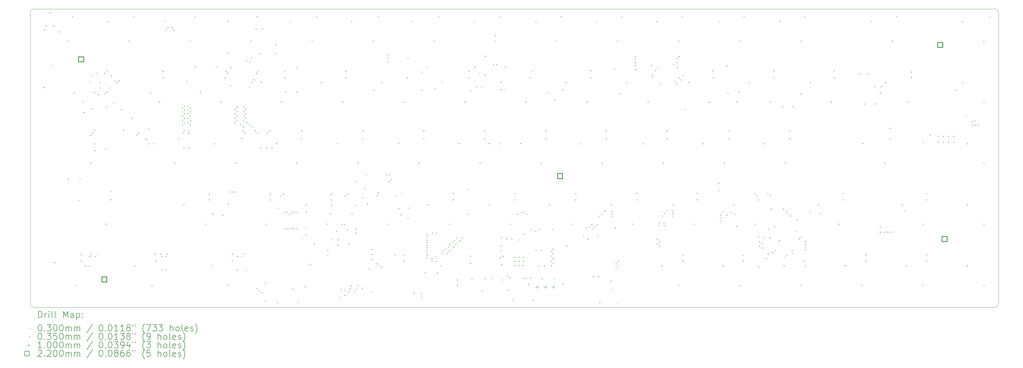
<source format=gbr>
%FSLAX45Y45*%
G04 Gerber Fmt 4.5, Leading zero omitted, Abs format (unit mm)*
G04 Created by KiCad (PCBNEW (6.0.0)) date 2024-08-25 19:28:53*
%MOMM*%
%LPD*%
G01*
G04 APERTURE LIST*
%TA.AperFunction,Profile*%
%ADD10C,0.100000*%
%TD*%
%ADD11C,0.200000*%
%ADD12C,0.030000*%
%ADD13C,0.035000*%
%ADD14C,0.100000*%
%ADD15C,0.220000*%
G04 APERTURE END LIST*
D10*
X5227000Y-9625000D02*
G75*
G03*
X5102000Y-9750000I0J-125000D01*
G01*
X5227000Y-18939000D02*
X35177000Y-18939000D01*
X35177000Y-9625000D02*
X5227000Y-9625000D01*
X5102000Y-9750000D02*
X5102000Y-18814000D01*
X35302000Y-9750000D02*
G75*
G03*
X35177000Y-9625000I-125000J0D01*
G01*
X5102000Y-18814000D02*
G75*
G03*
X5227000Y-18939000I125000J0D01*
G01*
X35177000Y-18939000D02*
G75*
G03*
X35302000Y-18814000I0J125000D01*
G01*
X35302000Y-18814000D02*
X35302000Y-9750000D01*
D11*
D12*
X5510000Y-12055000D02*
X5540000Y-12085000D01*
X5540000Y-12055000D02*
X5510000Y-12085000D01*
X5520000Y-10250000D02*
X5550000Y-10280000D01*
X5550000Y-10250000D02*
X5520000Y-10280000D01*
X5571048Y-10130000D02*
X5601048Y-10160000D01*
X5601048Y-10130000D02*
X5571048Y-10160000D01*
X5700000Y-9725000D02*
X5730000Y-9755000D01*
X5730000Y-9725000D02*
X5700000Y-9755000D01*
X5737500Y-11367500D02*
X5767500Y-11397500D01*
X5767500Y-11367500D02*
X5737500Y-11397500D01*
X5810000Y-10130000D02*
X5840000Y-10160000D01*
X5840000Y-10130000D02*
X5810000Y-10160000D01*
X5851560Y-17523440D02*
X5881560Y-17553440D01*
X5881560Y-17523440D02*
X5851560Y-17553440D01*
X5982500Y-10322500D02*
X6012500Y-10352500D01*
X6012500Y-10322500D02*
X5982500Y-10352500D01*
X6257500Y-10608750D02*
X6287500Y-10638750D01*
X6287500Y-10608750D02*
X6257500Y-10638750D01*
X6280000Y-14920000D02*
X6310000Y-14950000D01*
X6310000Y-14920000D02*
X6280000Y-14950000D01*
X6401000Y-9848000D02*
X6431000Y-9878000D01*
X6431000Y-9848000D02*
X6401000Y-9878000D01*
X6458750Y-12227500D02*
X6488750Y-12257500D01*
X6488750Y-12227500D02*
X6458750Y-12257500D01*
X6495620Y-18228750D02*
X6525620Y-18258750D01*
X6525620Y-18228750D02*
X6495620Y-18258750D01*
X6590000Y-15580000D02*
X6620000Y-15610000D01*
X6620000Y-15580000D02*
X6590000Y-15610000D01*
X6640000Y-14910000D02*
X6670000Y-14940000D01*
X6670000Y-14910000D02*
X6640000Y-14940000D01*
X6667000Y-17469000D02*
X6697000Y-17499000D01*
X6697000Y-17469000D02*
X6667000Y-17499000D01*
X6679000Y-17262000D02*
X6709000Y-17292000D01*
X6709000Y-17262000D02*
X6679000Y-17292000D01*
X6733750Y-12513750D02*
X6763750Y-12543750D01*
X6763750Y-12513750D02*
X6733750Y-12543750D01*
X6750000Y-12840000D02*
X6780000Y-12870000D01*
X6780000Y-12840000D02*
X6750000Y-12870000D01*
X6796000Y-17618000D02*
X6826000Y-17648000D01*
X6826000Y-17618000D02*
X6796000Y-17648000D01*
X6937000Y-17326000D02*
X6967000Y-17356000D01*
X6967000Y-17326000D02*
X6937000Y-17356000D01*
X6939000Y-17619000D02*
X6969000Y-17649000D01*
X6969000Y-17619000D02*
X6939000Y-17649000D01*
X6960000Y-11905000D02*
X6990000Y-11935000D01*
X6990000Y-11905000D02*
X6960000Y-11935000D01*
X6966000Y-13541000D02*
X6996000Y-13571000D01*
X6996000Y-13541000D02*
X6966000Y-13571000D01*
X6971870Y-14418750D02*
X7001870Y-14448750D01*
X7001870Y-14418750D02*
X6971870Y-14448750D01*
X6982000Y-17258000D02*
X7012000Y-17288000D01*
X7012000Y-17258000D02*
X6982000Y-17288000D01*
X7000000Y-11680000D02*
X7030000Y-11710000D01*
X7030000Y-11680000D02*
X7000000Y-11710000D01*
X7000000Y-12720000D02*
X7030000Y-12750000D01*
X7030000Y-12720000D02*
X7000000Y-12750000D01*
X7025000Y-13469000D02*
X7055000Y-13499000D01*
X7055000Y-13469000D02*
X7025000Y-13499000D01*
X7090000Y-12215000D02*
X7120000Y-12245000D01*
X7120000Y-12215000D02*
X7090000Y-12245000D01*
X7097000Y-13807000D02*
X7127000Y-13837000D01*
X7127000Y-13807000D02*
X7097000Y-13837000D01*
X7101000Y-13389000D02*
X7131000Y-13419000D01*
X7131000Y-13389000D02*
X7101000Y-13419000D01*
X7105000Y-14025000D02*
X7135000Y-14055000D01*
X7135000Y-14025000D02*
X7105000Y-14055000D01*
X7116000Y-17326000D02*
X7146000Y-17356000D01*
X7146000Y-17326000D02*
X7116000Y-17356000D01*
X7165000Y-11618000D02*
X7195000Y-11648000D01*
X7195000Y-11618000D02*
X7165000Y-11648000D01*
X7185000Y-17258000D02*
X7215000Y-17288000D01*
X7215000Y-17258000D02*
X7185000Y-17288000D01*
X7205000Y-12280000D02*
X7235000Y-12310000D01*
X7235000Y-12280000D02*
X7205000Y-12310000D01*
X7250000Y-11903000D02*
X7280000Y-11933000D01*
X7280000Y-11903000D02*
X7250000Y-11933000D01*
X7270000Y-12070000D02*
X7300000Y-12100000D01*
X7300000Y-12070000D02*
X7270000Y-12100000D01*
X7404000Y-11617000D02*
X7434000Y-11647000D01*
X7434000Y-11617000D02*
X7404000Y-11647000D01*
X7410000Y-12250000D02*
X7440000Y-12280000D01*
X7440000Y-12250000D02*
X7410000Y-12280000D01*
X7440000Y-13965000D02*
X7470000Y-13995000D01*
X7470000Y-13965000D02*
X7440000Y-13995000D01*
X7448120Y-16323750D02*
X7478120Y-16353750D01*
X7478120Y-16323750D02*
X7448120Y-16353750D01*
X7470500Y-12664500D02*
X7500500Y-12694500D01*
X7500500Y-12664500D02*
X7470500Y-12694500D01*
X7473515Y-12199646D02*
X7503515Y-12229646D01*
X7503515Y-12199646D02*
X7473515Y-12229646D01*
X7489000Y-11551000D02*
X7519000Y-11581000D01*
X7519000Y-11551000D02*
X7489000Y-11581000D01*
X7515000Y-10000000D02*
X7545000Y-10030000D01*
X7545000Y-10000000D02*
X7515000Y-10030000D01*
X7558250Y-12069000D02*
X7588250Y-12099000D01*
X7588250Y-12069000D02*
X7558250Y-12099000D01*
X7594000Y-15556000D02*
X7624000Y-15586000D01*
X7624000Y-15556000D02*
X7594000Y-15586000D01*
X7596000Y-15291000D02*
X7626000Y-15321000D01*
X7626000Y-15291000D02*
X7596000Y-15321000D01*
X7615000Y-11690000D02*
X7645000Y-11720000D01*
X7645000Y-11690000D02*
X7615000Y-11720000D01*
X7695000Y-12535000D02*
X7725000Y-12565000D01*
X7725000Y-12535000D02*
X7695000Y-12565000D01*
X7735000Y-11850000D02*
X7765000Y-11880000D01*
X7765000Y-11850000D02*
X7735000Y-11880000D01*
X7790000Y-11910000D02*
X7820000Y-11940000D01*
X7820000Y-11910000D02*
X7790000Y-11940000D01*
X7850000Y-11850000D02*
X7880000Y-11880000D01*
X7880000Y-11850000D02*
X7850000Y-11880000D01*
X7915000Y-12740000D02*
X7945000Y-12770000D01*
X7945000Y-12740000D02*
X7915000Y-12770000D01*
X7990000Y-13385000D02*
X8020000Y-13415000D01*
X8020000Y-13385000D02*
X7990000Y-13415000D01*
X8162500Y-10608750D02*
X8192500Y-10638750D01*
X8192500Y-10608750D02*
X8162500Y-10638750D01*
X8253750Y-13022000D02*
X8283750Y-13052000D01*
X8283750Y-13022000D02*
X8253750Y-13052000D01*
X8308000Y-9848000D02*
X8338000Y-9878000D01*
X8338000Y-9848000D02*
X8308000Y-9878000D01*
X8356880Y-17617500D02*
X8386880Y-17647500D01*
X8386880Y-17617500D02*
X8356880Y-17647500D01*
X8408200Y-13539000D02*
X8438200Y-13569000D01*
X8438200Y-13539000D02*
X8408200Y-13569000D01*
X8459000Y-13475000D02*
X8489000Y-13505000D01*
X8489000Y-13475000D02*
X8459000Y-13505000D01*
X8695000Y-13670000D02*
X8725000Y-13700000D01*
X8725000Y-13670000D02*
X8695000Y-13700000D01*
X8780000Y-13345000D02*
X8810000Y-13375000D01*
X8810000Y-13345000D02*
X8780000Y-13375000D01*
X8785000Y-13815000D02*
X8815000Y-13845000D01*
X8815000Y-13815000D02*
X8785000Y-13845000D01*
X8840000Y-12227500D02*
X8870000Y-12257500D01*
X8870000Y-12227500D02*
X8840000Y-12257500D01*
X8876880Y-18228750D02*
X8906880Y-18258750D01*
X8906880Y-18228750D02*
X8876880Y-18258750D01*
X8935000Y-13810000D02*
X8965000Y-13840000D01*
X8965000Y-13810000D02*
X8935000Y-13840000D01*
X8986000Y-17258000D02*
X9016000Y-17288000D01*
X9016000Y-17258000D02*
X8986000Y-17288000D01*
X8989000Y-17465000D02*
X9019000Y-17495000D01*
X9019000Y-17465000D02*
X8989000Y-17495000D01*
X9115000Y-12513750D02*
X9145000Y-12543750D01*
X9145000Y-12513750D02*
X9115000Y-12543750D01*
X9148000Y-17254000D02*
X9178000Y-17284000D01*
X9178000Y-17254000D02*
X9148000Y-17284000D01*
X9189000Y-17326000D02*
X9219000Y-17356000D01*
X9219000Y-17326000D02*
X9189000Y-17356000D01*
X9189000Y-17744000D02*
X9219000Y-17774000D01*
X9219000Y-17744000D02*
X9189000Y-17774000D01*
X9229000Y-11551000D02*
X9259000Y-11581000D01*
X9259000Y-11551000D02*
X9229000Y-11581000D01*
X9229000Y-11749000D02*
X9259000Y-11779000D01*
X9259000Y-11749000D02*
X9229000Y-11779000D01*
X9285000Y-9995000D02*
X9315000Y-10025000D01*
X9315000Y-9995000D02*
X9285000Y-10025000D01*
X9316000Y-17744000D02*
X9346000Y-17774000D01*
X9346000Y-17744000D02*
X9316000Y-17774000D01*
X9325000Y-10260000D02*
X9355000Y-10290000D01*
X9355000Y-10260000D02*
X9325000Y-10290000D01*
X9327300Y-17326000D02*
X9357300Y-17356000D01*
X9357300Y-17326000D02*
X9327300Y-17356000D01*
X9352292Y-17251107D02*
X9382292Y-17281107D01*
X9382292Y-17251107D02*
X9352292Y-17281107D01*
X9380000Y-10195000D02*
X9410000Y-10225000D01*
X9410000Y-10195000D02*
X9380000Y-10225000D01*
X9505000Y-10195000D02*
X9535000Y-10225000D01*
X9535000Y-10195000D02*
X9505000Y-10225000D01*
X9550571Y-10261857D02*
X9580571Y-10291857D01*
X9580571Y-10261857D02*
X9550571Y-10291857D01*
X9591250Y-14418750D02*
X9621250Y-14448750D01*
X9621250Y-14418750D02*
X9591250Y-14448750D01*
X9712000Y-13657000D02*
X9742000Y-13687000D01*
X9742000Y-13657000D02*
X9712000Y-13687000D01*
X9830000Y-12700000D02*
X9860000Y-12730000D01*
X9860000Y-12700000D02*
X9830000Y-12730000D01*
X9830000Y-12817956D02*
X9860000Y-12847956D01*
X9860000Y-12817956D02*
X9830000Y-12847956D01*
X9830000Y-12950000D02*
X9860000Y-12980000D01*
X9860000Y-12950000D02*
X9830000Y-12980000D01*
X9830000Y-13090000D02*
X9860000Y-13120000D01*
X9860000Y-13090000D02*
X9830000Y-13120000D01*
X9830000Y-13235000D02*
X9860000Y-13265000D01*
X9860000Y-13235000D02*
X9830000Y-13265000D01*
X9862000Y-13473000D02*
X9892000Y-13503000D01*
X9892000Y-13473000D02*
X9862000Y-13503000D01*
X9875000Y-13940000D02*
X9905000Y-13970000D01*
X9905000Y-13940000D02*
X9875000Y-13970000D01*
X9875000Y-15710000D02*
X9905000Y-15740000D01*
X9905000Y-15710000D02*
X9875000Y-15740000D01*
X9890000Y-12640000D02*
X9920000Y-12670000D01*
X9920000Y-12640000D02*
X9890000Y-12670000D01*
X9890000Y-12880000D02*
X9920000Y-12910000D01*
X9920000Y-12880000D02*
X9890000Y-12910000D01*
X9890000Y-13025000D02*
X9920000Y-13055000D01*
X9920000Y-13025000D02*
X9890000Y-13055000D01*
X9890000Y-13165000D02*
X9920000Y-13195000D01*
X9920000Y-13165000D02*
X9890000Y-13195000D01*
X9891000Y-13395000D02*
X9921000Y-13425000D01*
X9921000Y-13395000D02*
X9891000Y-13425000D01*
X9894994Y-12759455D02*
X9924994Y-12789455D01*
X9924994Y-12759455D02*
X9894994Y-12789455D01*
X9975000Y-11870000D02*
X10005000Y-11900000D01*
X10005000Y-11870000D02*
X9975000Y-11900000D01*
X10010000Y-12640000D02*
X10040000Y-12670000D01*
X10040000Y-12640000D02*
X10010000Y-12670000D01*
X10010000Y-12760000D02*
X10040000Y-12790000D01*
X10040000Y-12760000D02*
X10010000Y-12790000D01*
X10010000Y-12880000D02*
X10040000Y-12910000D01*
X10040000Y-12880000D02*
X10010000Y-12910000D01*
X10010000Y-13025000D02*
X10040000Y-13055000D01*
X10040000Y-13025000D02*
X10010000Y-13055000D01*
X10010000Y-13165000D02*
X10040000Y-13195000D01*
X10040000Y-13165000D02*
X10010000Y-13195000D01*
X10019000Y-13473000D02*
X10049000Y-13503000D01*
X10049000Y-13473000D02*
X10019000Y-13503000D01*
X10024000Y-13940000D02*
X10054000Y-13970000D01*
X10054000Y-13940000D02*
X10024000Y-13970000D01*
X10026851Y-13393755D02*
X10056851Y-13423755D01*
X10056851Y-13393755D02*
X10026851Y-13423755D01*
X10067500Y-10608750D02*
X10097500Y-10638750D01*
X10097500Y-10608750D02*
X10067500Y-10638750D01*
X10080000Y-12700000D02*
X10110000Y-12730000D01*
X10110000Y-12700000D02*
X10080000Y-12730000D01*
X10080000Y-12820000D02*
X10110000Y-12850000D01*
X10110000Y-12820000D02*
X10080000Y-12850000D01*
X10080000Y-12950000D02*
X10110000Y-12980000D01*
X10110000Y-12950000D02*
X10080000Y-12980000D01*
X10080000Y-13090000D02*
X10110000Y-13120000D01*
X10110000Y-13090000D02*
X10080000Y-13120000D01*
X10080000Y-13235000D02*
X10110000Y-13265000D01*
X10110000Y-13235000D02*
X10080000Y-13265000D01*
X10225000Y-11415000D02*
X10255000Y-11445000D01*
X10255000Y-11415000D02*
X10225000Y-11445000D01*
X10229000Y-9846000D02*
X10259000Y-9876000D01*
X10259000Y-9846000D02*
X10229000Y-9876000D01*
X10385000Y-12210000D02*
X10415000Y-12240000D01*
X10415000Y-12210000D02*
X10385000Y-12240000D01*
X10543750Y-16323750D02*
X10573750Y-16353750D01*
X10573750Y-16323750D02*
X10543750Y-16353750D01*
X10665000Y-15382000D02*
X10695000Y-15412000D01*
X10695000Y-15382000D02*
X10665000Y-15412000D01*
X10665000Y-15563000D02*
X10695000Y-15593000D01*
X10695000Y-15563000D02*
X10665000Y-15593000D01*
X10738120Y-17617500D02*
X10768120Y-17647500D01*
X10768120Y-17617500D02*
X10738120Y-17647500D01*
X10775000Y-16010000D02*
X10805000Y-16040000D01*
X10805000Y-16010000D02*
X10775000Y-16040000D01*
X10840000Y-13810000D02*
X10870000Y-13840000D01*
X10870000Y-13810000D02*
X10840000Y-13840000D01*
X10890000Y-11422500D02*
X10920000Y-11452500D01*
X10920000Y-11422500D02*
X10890000Y-11452500D01*
X11020000Y-12513750D02*
X11050000Y-12543750D01*
X11050000Y-12513750D02*
X11020000Y-12543750D01*
X11085000Y-16050000D02*
X11115000Y-16080000D01*
X11115000Y-16050000D02*
X11085000Y-16080000D01*
X11158000Y-11760000D02*
X11188000Y-11790000D01*
X11188000Y-11760000D02*
X11158000Y-11790000D01*
X11194000Y-11551000D02*
X11224000Y-11581000D01*
X11224000Y-11551000D02*
X11194000Y-11581000D01*
X11231000Y-11617000D02*
X11261000Y-11647000D01*
X11261000Y-11617000D02*
X11231000Y-11647000D01*
X11245000Y-10980000D02*
X11275000Y-11010000D01*
X11275000Y-10980000D02*
X11245000Y-11010000D01*
X11255000Y-9995000D02*
X11285000Y-10025000D01*
X11285000Y-9995000D02*
X11255000Y-10025000D01*
X11258120Y-18228750D02*
X11288120Y-18258750D01*
X11288120Y-18228750D02*
X11258120Y-18258750D01*
X11265000Y-15690000D02*
X11295000Y-15720000D01*
X11295000Y-15690000D02*
X11265000Y-15720000D01*
X11320000Y-15315000D02*
X11350000Y-15345000D01*
X11350000Y-15315000D02*
X11320000Y-15345000D01*
X11330000Y-12004000D02*
X11360000Y-12034000D01*
X11360000Y-12004000D02*
X11330000Y-12034000D01*
X11340000Y-11435000D02*
X11370000Y-11465000D01*
X11370000Y-11435000D02*
X11340000Y-11465000D01*
X11387000Y-17469000D02*
X11417000Y-17499000D01*
X11417000Y-17469000D02*
X11387000Y-17499000D01*
X11388000Y-17251000D02*
X11418000Y-17281000D01*
X11418000Y-17251000D02*
X11388000Y-17281000D01*
X11400000Y-15315000D02*
X11430000Y-15345000D01*
X11430000Y-15315000D02*
X11400000Y-15345000D01*
X11470000Y-12735279D02*
X11500000Y-12765279D01*
X11500000Y-12735279D02*
X11470000Y-12765279D01*
X11470000Y-12880000D02*
X11500000Y-12910000D01*
X11500000Y-12880000D02*
X11470000Y-12910000D01*
X11470000Y-13010000D02*
X11500000Y-13040000D01*
X11500000Y-13010000D02*
X11470000Y-13040000D01*
X11470000Y-13150000D02*
X11500000Y-13180000D01*
X11500000Y-13150000D02*
X11470000Y-13180000D01*
X11480000Y-15315000D02*
X11510000Y-15345000D01*
X11510000Y-15315000D02*
X11480000Y-15345000D01*
X11496250Y-14418750D02*
X11526250Y-14448750D01*
X11526250Y-14418750D02*
X11496250Y-14448750D01*
X11536000Y-17745000D02*
X11566000Y-17775000D01*
X11566000Y-17745000D02*
X11536000Y-17775000D01*
X11540000Y-12670000D02*
X11570000Y-12700000D01*
X11570000Y-12670000D02*
X11540000Y-12700000D01*
X11540000Y-12805000D02*
X11570000Y-12835000D01*
X11570000Y-12805000D02*
X11540000Y-12835000D01*
X11540000Y-12940000D02*
X11570000Y-12970000D01*
X11570000Y-12940000D02*
X11540000Y-12970000D01*
X11540000Y-13080000D02*
X11570000Y-13110000D01*
X11570000Y-13080000D02*
X11540000Y-13110000D01*
X11549000Y-17326000D02*
X11579000Y-17356000D01*
X11579000Y-17326000D02*
X11549000Y-17356000D01*
X11640000Y-13215000D02*
X11670000Y-13245000D01*
X11670000Y-13215000D02*
X11640000Y-13245000D01*
X11675000Y-13644000D02*
X11705000Y-13674000D01*
X11705000Y-13644000D02*
X11675000Y-13674000D01*
X11686000Y-17325000D02*
X11716000Y-17355000D01*
X11716000Y-17325000D02*
X11686000Y-17355000D01*
X11719000Y-13406000D02*
X11749000Y-13436000D01*
X11749000Y-13406000D02*
X11719000Y-13436000D01*
X11740000Y-13285000D02*
X11770000Y-13315000D01*
X11770000Y-13285000D02*
X11740000Y-13315000D01*
X11750000Y-12670000D02*
X11780000Y-12700000D01*
X11780000Y-12670000D02*
X11750000Y-12700000D01*
X11750000Y-12805000D02*
X11780000Y-12835000D01*
X11780000Y-12805000D02*
X11750000Y-12835000D01*
X11750000Y-12940000D02*
X11780000Y-12970000D01*
X11780000Y-12940000D02*
X11750000Y-12970000D01*
X11750000Y-13080000D02*
X11780000Y-13110000D01*
X11780000Y-13080000D02*
X11750000Y-13110000D01*
X11750000Y-17250000D02*
X11780000Y-17280000D01*
X11780000Y-17250000D02*
X11750000Y-17280000D01*
X11793000Y-13473000D02*
X11823000Y-13503000D01*
X11823000Y-13473000D02*
X11793000Y-13503000D01*
X11800000Y-12735000D02*
X11830000Y-12765000D01*
X11830000Y-12735000D02*
X11800000Y-12765000D01*
X11800000Y-12880000D02*
X11830000Y-12910000D01*
X11830000Y-12880000D02*
X11800000Y-12910000D01*
X11800000Y-13010000D02*
X11830000Y-13040000D01*
X11830000Y-13010000D02*
X11800000Y-13040000D01*
X11818000Y-17749000D02*
X11848000Y-17779000D01*
X11848000Y-17749000D02*
X11818000Y-17779000D01*
X11820000Y-11220000D02*
X11850000Y-11250000D01*
X11850000Y-11220000D02*
X11820000Y-11250000D01*
X11835000Y-13150000D02*
X11865000Y-13180000D01*
X11865000Y-13150000D02*
X11835000Y-13180000D01*
X11920000Y-12035000D02*
X11950000Y-12065000D01*
X11950000Y-12035000D02*
X11920000Y-12065000D01*
X11925000Y-13215000D02*
X11955000Y-13245000D01*
X11955000Y-13215000D02*
X11925000Y-13245000D01*
X11940000Y-11260000D02*
X11970000Y-11290000D01*
X11970000Y-11260000D02*
X11940000Y-11290000D01*
X11972500Y-10608750D02*
X12002500Y-10638750D01*
X12002500Y-10608750D02*
X11972500Y-10638750D01*
X11990000Y-11115000D02*
X12020000Y-11145000D01*
X12020000Y-11115000D02*
X11990000Y-11145000D01*
X12000000Y-11885000D02*
X12030000Y-11915000D01*
X12030000Y-11885000D02*
X12000000Y-11915000D01*
X12005000Y-13285000D02*
X12035000Y-13315000D01*
X12035000Y-13285000D02*
X12005000Y-13315000D01*
X12060000Y-11815000D02*
X12090000Y-11845000D01*
X12090000Y-11815000D02*
X12060000Y-11845000D01*
X12099000Y-13406000D02*
X12129000Y-13436000D01*
X12129000Y-13406000D02*
X12099000Y-13436000D01*
X12125000Y-10230000D02*
X12155000Y-10260000D01*
X12155000Y-10230000D02*
X12125000Y-10260000D01*
X12146000Y-11618000D02*
X12176000Y-11648000D01*
X12176000Y-11618000D02*
X12146000Y-11648000D01*
X12155000Y-18325000D02*
X12185000Y-18355000D01*
X12185000Y-18325000D02*
X12155000Y-18355000D01*
X12157000Y-9847000D02*
X12187000Y-9877000D01*
X12187000Y-9847000D02*
X12157000Y-9877000D01*
X12176000Y-13472000D02*
X12206000Y-13502000D01*
X12206000Y-13472000D02*
X12176000Y-13502000D01*
X12188000Y-11551000D02*
X12218000Y-11581000D01*
X12218000Y-11551000D02*
X12188000Y-11581000D01*
X12220000Y-18390000D02*
X12250000Y-18420000D01*
X12250000Y-18390000D02*
X12220000Y-18420000D01*
X12245000Y-10990000D02*
X12275000Y-11020000D01*
X12275000Y-10990000D02*
X12245000Y-11020000D01*
X12261000Y-13942000D02*
X12291000Y-13972000D01*
X12291000Y-13942000D02*
X12261000Y-13972000D01*
X12285000Y-11900000D02*
X12315000Y-11930000D01*
X12315000Y-11900000D02*
X12285000Y-11930000D01*
X12305000Y-18455000D02*
X12335000Y-18485000D01*
X12335000Y-18455000D02*
X12305000Y-18485000D01*
X12325000Y-10230000D02*
X12355000Y-10260000D01*
X12355000Y-10230000D02*
X12325000Y-10260000D01*
X12410000Y-18715000D02*
X12440000Y-18745000D01*
X12440000Y-18715000D02*
X12410000Y-18745000D01*
X12415000Y-18170000D02*
X12445000Y-18200000D01*
X12445000Y-18170000D02*
X12415000Y-18200000D01*
X12446000Y-13942000D02*
X12476000Y-13972000D01*
X12476000Y-13942000D02*
X12446000Y-13972000D01*
X12448750Y-16323750D02*
X12478750Y-16353750D01*
X12478750Y-16323750D02*
X12448750Y-16353750D01*
X12485000Y-13475000D02*
X12515000Y-13505000D01*
X12515000Y-13475000D02*
X12485000Y-13505000D01*
X12556000Y-13406000D02*
X12586000Y-13436000D01*
X12586000Y-13406000D02*
X12556000Y-13436000D01*
X12572000Y-15380000D02*
X12602000Y-15410000D01*
X12602000Y-15380000D02*
X12572000Y-15410000D01*
X12574000Y-15560000D02*
X12604000Y-15590000D01*
X12604000Y-15560000D02*
X12574000Y-15590000D01*
X12627000Y-13942000D02*
X12657000Y-13972000D01*
X12657000Y-13942000D02*
X12627000Y-13972000D01*
X12730000Y-10720000D02*
X12760000Y-10750000D01*
X12760000Y-10720000D02*
X12730000Y-10750000D01*
X12730000Y-10995000D02*
X12760000Y-11025000D01*
X12760000Y-10995000D02*
X12730000Y-11025000D01*
X12765000Y-13810000D02*
X12795000Y-13840000D01*
X12795000Y-13810000D02*
X12765000Y-13840000D01*
X12792500Y-18765000D02*
X12822500Y-18795000D01*
X12822500Y-18765000D02*
X12792500Y-18795000D01*
X12820000Y-15823000D02*
X12850000Y-15853000D01*
X12850000Y-15823000D02*
X12820000Y-15853000D01*
X12900000Y-15440000D02*
X12930000Y-15470000D01*
X12930000Y-15440000D02*
X12900000Y-15470000D01*
X12925000Y-12513750D02*
X12955000Y-12543750D01*
X12955000Y-12513750D02*
X12925000Y-12543750D01*
X12975000Y-15385000D02*
X13005000Y-15415000D01*
X13005000Y-15385000D02*
X12975000Y-15415000D01*
X13025000Y-15950000D02*
X13055000Y-15980000D01*
X13055000Y-15950000D02*
X13025000Y-15980000D01*
X13025000Y-16460000D02*
X13055000Y-16490000D01*
X13055000Y-16460000D02*
X13025000Y-16490000D01*
X13026000Y-11551000D02*
X13056000Y-11581000D01*
X13056000Y-11551000D02*
X13026000Y-11581000D01*
X13028000Y-11752000D02*
X13058000Y-11782000D01*
X13058000Y-11752000D02*
X13028000Y-11782000D01*
X13045000Y-12205000D02*
X13075000Y-12235000D01*
X13075000Y-12205000D02*
X13045000Y-12235000D01*
X13100000Y-15950000D02*
X13130000Y-15980000D01*
X13130000Y-15950000D02*
X13100000Y-15980000D01*
X13100000Y-16460000D02*
X13130000Y-16490000D01*
X13130000Y-16460000D02*
X13100000Y-16490000D01*
X13175000Y-16005000D02*
X13205000Y-16035000D01*
X13205000Y-16005000D02*
X13175000Y-16035000D01*
X13175000Y-16460000D02*
X13205000Y-16490000D01*
X13205000Y-16460000D02*
X13175000Y-16490000D01*
X13205000Y-9995000D02*
X13235000Y-10025000D01*
X13235000Y-9995000D02*
X13205000Y-10025000D01*
X13255000Y-15950000D02*
X13285000Y-15980000D01*
X13285000Y-15950000D02*
X13255000Y-15980000D01*
X13255000Y-16460000D02*
X13285000Y-16490000D01*
X13285000Y-16460000D02*
X13255000Y-16490000D01*
X13270000Y-18340000D02*
X13300000Y-18370000D01*
X13300000Y-18340000D02*
X13270000Y-18370000D01*
X13330000Y-15950000D02*
X13360000Y-15980000D01*
X13360000Y-15950000D02*
X13330000Y-15980000D01*
X13330000Y-16460000D02*
X13360000Y-16490000D01*
X13360000Y-16460000D02*
X13330000Y-16490000D01*
X13395000Y-11430000D02*
X13425000Y-11460000D01*
X13425000Y-11430000D02*
X13395000Y-11460000D01*
X13395000Y-12205000D02*
X13425000Y-12235000D01*
X13425000Y-12205000D02*
X13395000Y-12235000D01*
X13401250Y-14418750D02*
X13431250Y-14448750D01*
X13431250Y-14418750D02*
X13401250Y-14448750D01*
X13405000Y-15950000D02*
X13435000Y-15980000D01*
X13435000Y-15950000D02*
X13405000Y-15980000D01*
X13405000Y-16460000D02*
X13435000Y-16490000D01*
X13435000Y-16460000D02*
X13405000Y-16490000D01*
X13430000Y-18760000D02*
X13460000Y-18790000D01*
X13460000Y-18760000D02*
X13430000Y-18790000D01*
X13541000Y-13407000D02*
X13571000Y-13437000D01*
X13571000Y-13407000D02*
X13541000Y-13437000D01*
X13541000Y-13659000D02*
X13571000Y-13689000D01*
X13571000Y-13659000D02*
X13541000Y-13689000D01*
X13575000Y-16765000D02*
X13605000Y-16795000D01*
X13605000Y-16765000D02*
X13575000Y-16795000D01*
X13660000Y-18275000D02*
X13690000Y-18305000D01*
X13690000Y-18275000D02*
X13660000Y-18305000D01*
X13680000Y-16455000D02*
X13710000Y-16485000D01*
X13710000Y-16455000D02*
X13680000Y-16485000D01*
X13680000Y-16650000D02*
X13710000Y-16680000D01*
X13710000Y-16650000D02*
X13680000Y-16680000D01*
X13685000Y-15710000D02*
X13715000Y-15740000D01*
X13715000Y-15710000D02*
X13685000Y-15740000D01*
X13695000Y-15950000D02*
X13725000Y-15980000D01*
X13725000Y-15950000D02*
X13695000Y-15980000D01*
X13825000Y-17575000D02*
X13855000Y-17605000D01*
X13855000Y-17575000D02*
X13825000Y-17605000D01*
X13877500Y-10608750D02*
X13907500Y-10638750D01*
X13907500Y-10608750D02*
X13877500Y-10638750D01*
X13940000Y-16940000D02*
X13970000Y-16970000D01*
X13970000Y-16940000D02*
X13940000Y-16970000D01*
X14024000Y-9849000D02*
X14054000Y-9879000D01*
X14054000Y-9849000D02*
X14024000Y-9879000D01*
X14165000Y-11900000D02*
X14195000Y-11930000D01*
X14195000Y-11900000D02*
X14165000Y-11930000D01*
X14353750Y-16323750D02*
X14383750Y-16353750D01*
X14383750Y-16323750D02*
X14353750Y-16353750D01*
X14366250Y-17125000D02*
X14396250Y-17155000D01*
X14396250Y-17125000D02*
X14366250Y-17155000D01*
X14366250Y-17295000D02*
X14396250Y-17325000D01*
X14396250Y-17295000D02*
X14366250Y-17325000D01*
X14455000Y-16000000D02*
X14485000Y-16030000D01*
X14485000Y-16000000D02*
X14455000Y-16030000D01*
X14471000Y-15380000D02*
X14501000Y-15410000D01*
X14501000Y-15380000D02*
X14471000Y-15410000D01*
X14473000Y-15563000D02*
X14503000Y-15593000D01*
X14503000Y-15563000D02*
X14473000Y-15593000D01*
X14481000Y-15718000D02*
X14511000Y-15748000D01*
X14511000Y-15718000D02*
X14481000Y-15748000D01*
X14513750Y-16805000D02*
X14543750Y-16835000D01*
X14543750Y-16805000D02*
X14513750Y-16835000D01*
X14642500Y-16550000D02*
X14672500Y-16580000D01*
X14672500Y-16550000D02*
X14642500Y-16580000D01*
X14660000Y-13805000D02*
X14690000Y-13835000D01*
X14690000Y-13805000D02*
X14660000Y-13835000D01*
X14686250Y-16805000D02*
X14716250Y-16835000D01*
X14716250Y-16805000D02*
X14686250Y-16835000D01*
X14686250Y-16965000D02*
X14716250Y-16995000D01*
X14716250Y-16965000D02*
X14686250Y-16995000D01*
X14760000Y-18620000D02*
X14790000Y-18650000D01*
X14790000Y-18620000D02*
X14760000Y-18650000D01*
X14775000Y-18355000D02*
X14805000Y-18385000D01*
X14805000Y-18355000D02*
X14775000Y-18385000D01*
X14787500Y-16345000D02*
X14817500Y-16375000D01*
X14817500Y-16345000D02*
X14787500Y-16375000D01*
X14830000Y-12513750D02*
X14860000Y-12543750D01*
X14860000Y-12513750D02*
X14830000Y-12543750D01*
X14875000Y-16327500D02*
X14905000Y-16357500D01*
X14905000Y-16327500D02*
X14875000Y-16357500D01*
X14894913Y-18544913D02*
X14924913Y-18574913D01*
X14924913Y-18544913D02*
X14894913Y-18574913D01*
X14895000Y-18380000D02*
X14925000Y-18410000D01*
X14925000Y-18380000D02*
X14895000Y-18410000D01*
X14906000Y-15442000D02*
X14936000Y-15472000D01*
X14936000Y-15442000D02*
X14906000Y-15472000D01*
X14919000Y-11551000D02*
X14949000Y-11581000D01*
X14949000Y-11551000D02*
X14919000Y-11581000D01*
X14922000Y-11751000D02*
X14952000Y-11781000D01*
X14952000Y-11751000D02*
X14922000Y-11781000D01*
X14981000Y-15383000D02*
X15011000Y-15413000D01*
X15011000Y-15383000D02*
X14981000Y-15413000D01*
X14985000Y-16502500D02*
X15015000Y-16532500D01*
X15015000Y-16502500D02*
X14985000Y-16532500D01*
X15020000Y-18425000D02*
X15050000Y-18455000D01*
X15050000Y-18425000D02*
X15020000Y-18455000D01*
X15025000Y-16935000D02*
X15055000Y-16965000D01*
X15055000Y-16935000D02*
X15025000Y-16965000D01*
X15060000Y-18340000D02*
X15090000Y-18370000D01*
X15090000Y-18340000D02*
X15060000Y-18370000D01*
X15095000Y-18255000D02*
X15125000Y-18285000D01*
X15125000Y-18255000D02*
X15095000Y-18285000D01*
X15105000Y-10000000D02*
X15135000Y-10030000D01*
X15135000Y-10000000D02*
X15105000Y-10030000D01*
X15120000Y-15995000D02*
X15150000Y-16025000D01*
X15150000Y-15995000D02*
X15120000Y-16025000D01*
X15190000Y-18425000D02*
X15220000Y-18455000D01*
X15220000Y-18425000D02*
X15190000Y-18455000D01*
X15230000Y-15745000D02*
X15260000Y-15775000D01*
X15260000Y-15745000D02*
X15230000Y-15775000D01*
X15245000Y-16467500D02*
X15275000Y-16497500D01*
X15275000Y-16467500D02*
X15245000Y-16497500D01*
X15245000Y-16592500D02*
X15275000Y-16622500D01*
X15275000Y-16592500D02*
X15245000Y-16622500D01*
X15250000Y-18345000D02*
X15280000Y-18375000D01*
X15280000Y-18345000D02*
X15250000Y-18375000D01*
X15260000Y-14986250D02*
X15290000Y-15016250D01*
X15290000Y-14986250D02*
X15260000Y-15016250D01*
X15300000Y-18235000D02*
X15330000Y-18265000D01*
X15330000Y-18235000D02*
X15300000Y-18265000D01*
X15306250Y-14418750D02*
X15336250Y-14448750D01*
X15336250Y-14418750D02*
X15306250Y-14448750D01*
X15440000Y-18320000D02*
X15470000Y-18350000D01*
X15470000Y-18320000D02*
X15440000Y-18350000D01*
X15452000Y-15492000D02*
X15482000Y-15522000D01*
X15482000Y-15492000D02*
X15452000Y-15522000D01*
X15461000Y-13407000D02*
X15491000Y-13437000D01*
X15491000Y-13407000D02*
X15461000Y-13437000D01*
X15461000Y-13659000D02*
X15491000Y-13689000D01*
X15491000Y-13659000D02*
X15461000Y-13689000D01*
X15515000Y-15220000D02*
X15545000Y-15250000D01*
X15545000Y-15220000D02*
X15515000Y-15250000D01*
X15565000Y-14775000D02*
X15595000Y-14805000D01*
X15595000Y-14775000D02*
X15565000Y-14805000D01*
X15600000Y-15680000D02*
X15630000Y-15710000D01*
X15630000Y-15680000D02*
X15600000Y-15710000D01*
X15647500Y-17722500D02*
X15677500Y-17752500D01*
X15677500Y-17722500D02*
X15647500Y-17752500D01*
X15730000Y-18427500D02*
X15760000Y-18457500D01*
X15760000Y-18427500D02*
X15730000Y-18457500D01*
X15738750Y-17105000D02*
X15768750Y-17135000D01*
X15768750Y-17105000D02*
X15738750Y-17135000D01*
X15738750Y-17265000D02*
X15768750Y-17295000D01*
X15768750Y-17265000D02*
X15738750Y-17295000D01*
X15738750Y-17430000D02*
X15768750Y-17460000D01*
X15768750Y-17430000D02*
X15738750Y-17460000D01*
X15782500Y-10608750D02*
X15812500Y-10638750D01*
X15812500Y-10608750D02*
X15782500Y-10638750D01*
X15810000Y-12150000D02*
X15840000Y-12180000D01*
X15840000Y-12150000D02*
X15810000Y-12180000D01*
X15895000Y-17555000D02*
X15925000Y-17585000D01*
X15925000Y-17555000D02*
X15895000Y-17585000D01*
X15912000Y-15422000D02*
X15942000Y-15452000D01*
X15942000Y-15422000D02*
X15912000Y-15452000D01*
X15934000Y-9847000D02*
X15964000Y-9877000D01*
X15964000Y-9847000D02*
X15934000Y-9877000D01*
X15938000Y-15340000D02*
X15968000Y-15370000D01*
X15968000Y-15340000D02*
X15938000Y-15370000D01*
X15965000Y-17615000D02*
X15995000Y-17645000D01*
X15995000Y-17615000D02*
X15965000Y-17645000D01*
X16040000Y-11900000D02*
X16070000Y-11930000D01*
X16070000Y-11900000D02*
X16040000Y-11930000D01*
X16045000Y-17675000D02*
X16075000Y-17705000D01*
X16075000Y-17675000D02*
X16045000Y-17705000D01*
X16210000Y-14780000D02*
X16240000Y-14810000D01*
X16240000Y-14780000D02*
X16210000Y-14810000D01*
X16230000Y-11030000D02*
X16260000Y-11060000D01*
X16260000Y-11030000D02*
X16230000Y-11060000D01*
X16230000Y-11150000D02*
X16260000Y-11180000D01*
X16260000Y-11150000D02*
X16230000Y-11180000D01*
X16230000Y-11270000D02*
X16260000Y-11300000D01*
X16260000Y-11270000D02*
X16230000Y-11300000D01*
X16258750Y-16323750D02*
X16288750Y-16353750D01*
X16288750Y-16323750D02*
X16258750Y-16353750D01*
X16275000Y-15000000D02*
X16305000Y-15030000D01*
X16305000Y-15000000D02*
X16275000Y-15030000D01*
X16294600Y-14780294D02*
X16324600Y-14810294D01*
X16324600Y-14780294D02*
X16294600Y-14810294D01*
X16345000Y-14940000D02*
X16375000Y-14970000D01*
X16375000Y-14940000D02*
X16345000Y-14970000D01*
X16465000Y-17283750D02*
X16495000Y-17313750D01*
X16495000Y-17283750D02*
X16465000Y-17313750D01*
X16501000Y-15428000D02*
X16531000Y-15458000D01*
X16531000Y-15428000D02*
X16501000Y-15458000D01*
X16570000Y-13805000D02*
X16600000Y-13835000D01*
X16600000Y-13805000D02*
X16570000Y-13835000D01*
X16576000Y-15831000D02*
X16606000Y-15861000D01*
X16606000Y-15831000D02*
X16576000Y-15861000D01*
X16645000Y-16030000D02*
X16675000Y-16060000D01*
X16675000Y-16030000D02*
X16645000Y-16060000D01*
X16676360Y-15363709D02*
X16706360Y-15393709D01*
X16706360Y-15363709D02*
X16676360Y-15393709D01*
X16735000Y-12513750D02*
X16765000Y-12543750D01*
X16765000Y-12513750D02*
X16735000Y-12543750D01*
X16745000Y-17283750D02*
X16775000Y-17313750D01*
X16775000Y-17283750D02*
X16745000Y-17313750D01*
X16745000Y-17466250D02*
X16775000Y-17496250D01*
X16775000Y-17466250D02*
X16745000Y-17496250D01*
X16839000Y-11753000D02*
X16869000Y-11783000D01*
X16869000Y-11753000D02*
X16839000Y-11783000D01*
X16866000Y-11151000D02*
X16896000Y-11181000D01*
X16896000Y-11151000D02*
X16866000Y-11181000D01*
X16867500Y-16137500D02*
X16897500Y-16167500D01*
X16897500Y-16137500D02*
X16867500Y-16167500D01*
X16895000Y-15820000D02*
X16925000Y-15850000D01*
X16925000Y-15820000D02*
X16895000Y-15850000D01*
X17000000Y-9995000D02*
X17030000Y-10025000D01*
X17030000Y-9995000D02*
X17000000Y-10025000D01*
X17055000Y-18460000D02*
X17085000Y-18490000D01*
X17085000Y-18460000D02*
X17055000Y-18490000D01*
X17211250Y-14418750D02*
X17241250Y-14448750D01*
X17241250Y-14418750D02*
X17211250Y-14448750D01*
X17282000Y-18489000D02*
X17312000Y-18519000D01*
X17312000Y-18489000D02*
X17282000Y-18519000D01*
X17285000Y-11580000D02*
X17315000Y-11610000D01*
X17315000Y-11580000D02*
X17285000Y-11610000D01*
X17288000Y-18609000D02*
X17318000Y-18639000D01*
X17318000Y-18609000D02*
X17288000Y-18639000D01*
X17305000Y-12150000D02*
X17335000Y-12180000D01*
X17335000Y-12150000D02*
X17305000Y-12180000D01*
X17356000Y-13407000D02*
X17386000Y-13437000D01*
X17386000Y-13407000D02*
X17356000Y-13437000D01*
X17357000Y-13658000D02*
X17387000Y-13688000D01*
X17387000Y-13658000D02*
X17357000Y-13688000D01*
X17410000Y-17825000D02*
X17440000Y-17855000D01*
X17440000Y-17825000D02*
X17410000Y-17855000D01*
X17455000Y-11425000D02*
X17485000Y-11455000D01*
X17485000Y-11425000D02*
X17455000Y-11455000D01*
X17460000Y-16660000D02*
X17490000Y-16690000D01*
X17490000Y-16660000D02*
X17460000Y-16690000D01*
X17460000Y-16740000D02*
X17490000Y-16770000D01*
X17490000Y-16740000D02*
X17460000Y-16770000D01*
X17460000Y-16815000D02*
X17490000Y-16845000D01*
X17490000Y-16815000D02*
X17460000Y-16845000D01*
X17460000Y-16895000D02*
X17490000Y-16925000D01*
X17490000Y-16895000D02*
X17460000Y-16925000D01*
X17460000Y-16975000D02*
X17490000Y-17005000D01*
X17490000Y-16975000D02*
X17460000Y-17005000D01*
X17460000Y-17055000D02*
X17490000Y-17085000D01*
X17490000Y-17055000D02*
X17460000Y-17085000D01*
X17460000Y-17135000D02*
X17490000Y-17165000D01*
X17490000Y-17135000D02*
X17460000Y-17165000D01*
X17460000Y-17215000D02*
X17490000Y-17245000D01*
X17490000Y-17215000D02*
X17460000Y-17245000D01*
X17460000Y-17295000D02*
X17490000Y-17325000D01*
X17490000Y-17295000D02*
X17460000Y-17325000D01*
X17460000Y-17375000D02*
X17490000Y-17405000D01*
X17490000Y-17375000D02*
X17460000Y-17405000D01*
X17495000Y-15715000D02*
X17525000Y-15745000D01*
X17525000Y-15715000D02*
X17495000Y-15745000D01*
X17612000Y-17393000D02*
X17642000Y-17423000D01*
X17642000Y-17393000D02*
X17612000Y-17423000D01*
X17612000Y-17480000D02*
X17642000Y-17510000D01*
X17642000Y-17480000D02*
X17612000Y-17510000D01*
X17635000Y-16600000D02*
X17665000Y-16630000D01*
X17665000Y-16600000D02*
X17635000Y-16630000D01*
X17687500Y-10608750D02*
X17717500Y-10638750D01*
X17717500Y-10608750D02*
X17687500Y-10638750D01*
X17710000Y-12095000D02*
X17740000Y-12125000D01*
X17740000Y-12095000D02*
X17710000Y-12125000D01*
X17725000Y-17335000D02*
X17755000Y-17365000D01*
X17755000Y-17335000D02*
X17725000Y-17365000D01*
X17736000Y-17479000D02*
X17766000Y-17509000D01*
X17766000Y-17479000D02*
X17736000Y-17509000D01*
X17750000Y-16595000D02*
X17780000Y-16625000D01*
X17780000Y-16595000D02*
X17750000Y-16625000D01*
X17780000Y-17845000D02*
X17810000Y-17875000D01*
X17810000Y-17845000D02*
X17780000Y-17875000D01*
X17825000Y-9848000D02*
X17855000Y-9878000D01*
X17855000Y-9848000D02*
X17825000Y-9878000D01*
X17881880Y-17617500D02*
X17911880Y-17647500D01*
X17911880Y-17617500D02*
X17881880Y-17647500D01*
X17920000Y-17225000D02*
X17950000Y-17255000D01*
X17950000Y-17225000D02*
X17920000Y-17255000D01*
X17940000Y-11905000D02*
X17970000Y-11935000D01*
X17970000Y-11905000D02*
X17940000Y-11935000D01*
X17965000Y-17165000D02*
X17995000Y-17195000D01*
X17995000Y-17165000D02*
X17965000Y-17195000D01*
X18030000Y-17105000D02*
X18060000Y-17135000D01*
X18060000Y-17105000D02*
X18030000Y-17135000D01*
X18090000Y-17225000D02*
X18120000Y-17255000D01*
X18120000Y-17225000D02*
X18090000Y-17255000D01*
X18125000Y-17030000D02*
X18155000Y-17060000D01*
X18155000Y-17030000D02*
X18125000Y-17060000D01*
X18150000Y-17165000D02*
X18180000Y-17195000D01*
X18180000Y-17165000D02*
X18150000Y-17195000D01*
X18163750Y-16323750D02*
X18193750Y-16353750D01*
X18193750Y-16323750D02*
X18163750Y-16353750D01*
X18175000Y-16960000D02*
X18205000Y-16990000D01*
X18205000Y-16960000D02*
X18175000Y-16990000D01*
X18210000Y-17105000D02*
X18240000Y-17135000D01*
X18240000Y-17105000D02*
X18210000Y-17135000D01*
X18260000Y-16895000D02*
X18290000Y-16925000D01*
X18290000Y-16895000D02*
X18260000Y-16925000D01*
X18278000Y-15562000D02*
X18308000Y-15592000D01*
X18308000Y-15562000D02*
X18278000Y-15592000D01*
X18280000Y-15364000D02*
X18310000Y-15394000D01*
X18310000Y-15364000D02*
X18280000Y-15394000D01*
X18290000Y-17030000D02*
X18320000Y-17060000D01*
X18320000Y-17030000D02*
X18290000Y-17060000D01*
X18320000Y-16835000D02*
X18350000Y-16865000D01*
X18350000Y-16835000D02*
X18320000Y-16865000D01*
X18355000Y-16960000D02*
X18385000Y-16990000D01*
X18385000Y-16960000D02*
X18355000Y-16990000D01*
X18385000Y-16750000D02*
X18415000Y-16780000D01*
X18415000Y-16750000D02*
X18385000Y-16780000D01*
X18401880Y-18056250D02*
X18431880Y-18086250D01*
X18431880Y-18056250D02*
X18401880Y-18086250D01*
X18401880Y-18228750D02*
X18431880Y-18258750D01*
X18431880Y-18228750D02*
X18401880Y-18258750D01*
X18420000Y-16895000D02*
X18450000Y-16925000D01*
X18450000Y-16895000D02*
X18420000Y-16925000D01*
X18465000Y-13805000D02*
X18495000Y-13835000D01*
X18495000Y-13805000D02*
X18465000Y-13835000D01*
X18485000Y-16835000D02*
X18515000Y-16865000D01*
X18515000Y-16835000D02*
X18485000Y-16865000D01*
X18565000Y-16750000D02*
X18595000Y-16780000D01*
X18595000Y-16750000D02*
X18565000Y-16780000D01*
X18640000Y-12513750D02*
X18670000Y-12543750D01*
X18670000Y-12513750D02*
X18640000Y-12543750D01*
X18725000Y-15242500D02*
X18755000Y-15272500D01*
X18755000Y-15242500D02*
X18725000Y-15272500D01*
X18740000Y-16020000D02*
X18770000Y-16050000D01*
X18770000Y-16020000D02*
X18740000Y-16050000D01*
X18762000Y-11753000D02*
X18792000Y-11783000D01*
X18792000Y-11753000D02*
X18762000Y-11783000D01*
X18764000Y-11551000D02*
X18794000Y-11581000D01*
X18794000Y-11551000D02*
X18764000Y-11581000D01*
X18812500Y-17315000D02*
X18842500Y-17345000D01*
X18842500Y-17315000D02*
X18812500Y-17345000D01*
X18812500Y-17537500D02*
X18842500Y-17567500D01*
X18842500Y-17537500D02*
X18812500Y-17567500D01*
X18845000Y-12170000D02*
X18875000Y-12200000D01*
X18875000Y-12170000D02*
X18845000Y-12200000D01*
X18862500Y-18027500D02*
X18892500Y-18057500D01*
X18892500Y-18027500D02*
X18862500Y-18057500D01*
X18940000Y-10000000D02*
X18970000Y-10030000D01*
X18970000Y-10000000D02*
X18940000Y-10030000D01*
X18960000Y-11425000D02*
X18990000Y-11455000D01*
X18990000Y-11425000D02*
X18960000Y-11455000D01*
X18999000Y-12035000D02*
X19029000Y-12065000D01*
X19029000Y-12035000D02*
X18999000Y-12065000D01*
X19080000Y-11622000D02*
X19110000Y-11652000D01*
X19110000Y-11622000D02*
X19080000Y-11652000D01*
X19116250Y-14418750D02*
X19146250Y-14448750D01*
X19146250Y-14418750D02*
X19116250Y-14448750D01*
X19156000Y-12035000D02*
X19186000Y-12065000D01*
X19186000Y-12035000D02*
X19156000Y-12065000D01*
X19177500Y-18400000D02*
X19207500Y-18430000D01*
X19207500Y-18400000D02*
X19177500Y-18430000D01*
X19254000Y-13410000D02*
X19284000Y-13440000D01*
X19284000Y-13410000D02*
X19254000Y-13440000D01*
X19254000Y-13657000D02*
X19284000Y-13687000D01*
X19284000Y-13657000D02*
X19254000Y-13687000D01*
X19267000Y-11674000D02*
X19297000Y-11704000D01*
X19297000Y-11674000D02*
X19267000Y-11704000D01*
X19270000Y-18015000D02*
X19300000Y-18045000D01*
X19300000Y-18015000D02*
X19270000Y-18045000D01*
X19275000Y-11085000D02*
X19305000Y-11115000D01*
X19305000Y-11085000D02*
X19275000Y-11115000D01*
X19400000Y-13805000D02*
X19430000Y-13835000D01*
X19430000Y-13805000D02*
X19400000Y-13835000D01*
X19400000Y-15715000D02*
X19430000Y-15745000D01*
X19430000Y-15715000D02*
X19400000Y-15745000D01*
X19472500Y-18015000D02*
X19502500Y-18045000D01*
X19502500Y-18015000D02*
X19472500Y-18045000D01*
X19530000Y-11335000D02*
X19560000Y-11365000D01*
X19560000Y-11335000D02*
X19530000Y-11365000D01*
X19592500Y-10436250D02*
X19622500Y-10466250D01*
X19622500Y-10436250D02*
X19592500Y-10466250D01*
X19592500Y-10608750D02*
X19622500Y-10638750D01*
X19622500Y-10608750D02*
X19592500Y-10638750D01*
X19625000Y-11340000D02*
X19655000Y-11370000D01*
X19655000Y-11340000D02*
X19625000Y-11370000D01*
X19747000Y-9849000D02*
X19777000Y-9879000D01*
X19777000Y-9849000D02*
X19747000Y-9879000D01*
X19750000Y-17375000D02*
X19780000Y-17405000D01*
X19780000Y-17375000D02*
X19750000Y-17405000D01*
X19755000Y-13810000D02*
X19785000Y-13840000D01*
X19785000Y-13810000D02*
X19755000Y-13840000D01*
X19761250Y-17000000D02*
X19791250Y-17030000D01*
X19791250Y-17000000D02*
X19761250Y-17030000D01*
X19761250Y-17155000D02*
X19791250Y-17185000D01*
X19791250Y-17155000D02*
X19761250Y-17185000D01*
X19767500Y-11897500D02*
X19797500Y-11927500D01*
X19797500Y-11897500D02*
X19767500Y-11927500D01*
X19770000Y-12120000D02*
X19800000Y-12150000D01*
X19800000Y-12120000D02*
X19770000Y-12150000D01*
X19780000Y-16745000D02*
X19810000Y-16775000D01*
X19810000Y-16745000D02*
X19780000Y-16775000D01*
X19786250Y-17590000D02*
X19816250Y-17620000D01*
X19816250Y-17590000D02*
X19786250Y-17620000D01*
X19786250Y-18060000D02*
X19816250Y-18090000D01*
X19816250Y-18060000D02*
X19786250Y-18090000D01*
X19825000Y-17325000D02*
X19855000Y-17355000D01*
X19855000Y-17325000D02*
X19825000Y-17355000D01*
X19902500Y-11430000D02*
X19932500Y-11460000D01*
X19932500Y-11430000D02*
X19902500Y-11460000D01*
X19902500Y-12130000D02*
X19932500Y-12160000D01*
X19932500Y-12130000D02*
X19902500Y-12160000D01*
X19933186Y-16775000D02*
X19963186Y-16805000D01*
X19963186Y-16775000D02*
X19933186Y-16805000D01*
X19970000Y-17935000D02*
X20000000Y-17965000D01*
X20000000Y-17935000D02*
X19970000Y-17965000D01*
X19999436Y-18376250D02*
X20029436Y-18406250D01*
X20029436Y-18376250D02*
X19999436Y-18406250D01*
X20040000Y-17995000D02*
X20070000Y-18025000D01*
X20070000Y-17995000D02*
X20040000Y-18025000D01*
X20068750Y-16323750D02*
X20098750Y-16353750D01*
X20098750Y-16323750D02*
X20068750Y-16353750D01*
X20105686Y-16775000D02*
X20135686Y-16805000D01*
X20135686Y-16775000D02*
X20105686Y-16805000D01*
X20125000Y-18695000D02*
X20155000Y-18725000D01*
X20155000Y-18695000D02*
X20125000Y-18725000D01*
X20202000Y-15365000D02*
X20232000Y-15395000D01*
X20232000Y-15365000D02*
X20202000Y-15395000D01*
X20202000Y-15563000D02*
X20232000Y-15593000D01*
X20232000Y-15563000D02*
X20202000Y-15593000D01*
X20287500Y-16015000D02*
X20317500Y-16045000D01*
X20317500Y-16015000D02*
X20287500Y-16045000D01*
X20325000Y-16811250D02*
X20355000Y-16841250D01*
X20355000Y-16811250D02*
X20325000Y-16841250D01*
X20380000Y-13805000D02*
X20410000Y-13835000D01*
X20410000Y-13805000D02*
X20380000Y-13835000D01*
X20400000Y-15965000D02*
X20430000Y-15995000D01*
X20430000Y-15965000D02*
X20400000Y-15995000D01*
X20475000Y-18010000D02*
X20505000Y-18040000D01*
X20505000Y-18010000D02*
X20475000Y-18040000D01*
X20485000Y-15965000D02*
X20515000Y-15995000D01*
X20515000Y-15965000D02*
X20485000Y-15995000D01*
X20485000Y-16638750D02*
X20515000Y-16668750D01*
X20515000Y-16638750D02*
X20485000Y-16668750D01*
X20545000Y-12513750D02*
X20575000Y-12543750D01*
X20575000Y-12513750D02*
X20545000Y-12543750D01*
X20555000Y-18005000D02*
X20585000Y-18035000D01*
X20585000Y-18005000D02*
X20555000Y-18035000D01*
X20590000Y-16012500D02*
X20620000Y-16042500D01*
X20620000Y-16012500D02*
X20590000Y-16042500D01*
X20629436Y-18203750D02*
X20659436Y-18233750D01*
X20659436Y-18203750D02*
X20629436Y-18233750D01*
X20670000Y-11753000D02*
X20700000Y-11783000D01*
X20700000Y-11753000D02*
X20670000Y-11783000D01*
X20685000Y-18005000D02*
X20715000Y-18035000D01*
X20715000Y-18005000D02*
X20685000Y-18035000D01*
X20712500Y-16495000D02*
X20742500Y-16525000D01*
X20742500Y-16495000D02*
X20712500Y-16525000D01*
X20753652Y-11530348D02*
X20783652Y-11560348D01*
X20783652Y-11530348D02*
X20753652Y-11560348D01*
X20770000Y-18700000D02*
X20800000Y-18730000D01*
X20800000Y-18700000D02*
X20770000Y-18730000D01*
X20830000Y-16545000D02*
X20860000Y-16575000D01*
X20860000Y-16545000D02*
X20830000Y-16575000D01*
X20855000Y-10000000D02*
X20885000Y-10030000D01*
X20885000Y-10000000D02*
X20855000Y-10030000D01*
X20858750Y-17140000D02*
X20888750Y-17170000D01*
X20888750Y-17140000D02*
X20858750Y-17170000D01*
X20953750Y-17630000D02*
X20983750Y-17660000D01*
X20983750Y-17630000D02*
X20953750Y-17660000D01*
X20962500Y-16485000D02*
X20992500Y-16515000D01*
X20992500Y-16485000D02*
X20962500Y-16515000D01*
X21021250Y-14418750D02*
X21051250Y-14448750D01*
X21051250Y-14418750D02*
X21021250Y-14448750D01*
X21031250Y-17140000D02*
X21061250Y-17170000D01*
X21061250Y-17140000D02*
X21031250Y-17170000D01*
X21051250Y-18020000D02*
X21081250Y-18050000D01*
X21081250Y-18020000D02*
X21051250Y-18050000D01*
X21126250Y-17630000D02*
X21156250Y-17660000D01*
X21156250Y-17630000D02*
X21126250Y-17660000D01*
X21165000Y-13410000D02*
X21195000Y-13440000D01*
X21195000Y-13410000D02*
X21165000Y-13440000D01*
X21165000Y-13657000D02*
X21195000Y-13687000D01*
X21195000Y-13657000D02*
X21165000Y-13687000D01*
X21230000Y-12215000D02*
X21260000Y-12245000D01*
X21260000Y-12215000D02*
X21230000Y-12245000D01*
X21285000Y-15710000D02*
X21315000Y-15740000D01*
X21315000Y-15710000D02*
X21285000Y-15740000D01*
X21335000Y-17170000D02*
X21365000Y-17200000D01*
X21365000Y-17170000D02*
X21335000Y-17200000D01*
X21335000Y-17315000D02*
X21365000Y-17345000D01*
X21365000Y-17315000D02*
X21335000Y-17345000D01*
X21335000Y-17485000D02*
X21365000Y-17515000D01*
X21365000Y-17485000D02*
X21335000Y-17515000D01*
X21335000Y-17615000D02*
X21365000Y-17645000D01*
X21365000Y-17615000D02*
X21335000Y-17645000D01*
X21380000Y-16485000D02*
X21410000Y-16515000D01*
X21410000Y-16485000D02*
X21380000Y-16515000D01*
X21390000Y-17100000D02*
X21420000Y-17130000D01*
X21420000Y-17100000D02*
X21390000Y-17130000D01*
X21390000Y-17240000D02*
X21420000Y-17270000D01*
X21420000Y-17240000D02*
X21390000Y-17270000D01*
X21390000Y-17395000D02*
X21420000Y-17425000D01*
X21420000Y-17395000D02*
X21390000Y-17425000D01*
X21395000Y-17545000D02*
X21425000Y-17575000D01*
X21425000Y-17545000D02*
X21395000Y-17575000D01*
X21426250Y-18020000D02*
X21456250Y-18050000D01*
X21456250Y-18020000D02*
X21426250Y-18050000D01*
X21440000Y-12460000D02*
X21470000Y-12490000D01*
X21470000Y-12460000D02*
X21440000Y-12490000D01*
X21497500Y-10608750D02*
X21527500Y-10638750D01*
X21527500Y-10608750D02*
X21497500Y-10638750D01*
X21636000Y-9846000D02*
X21666000Y-9876000D01*
X21666000Y-9846000D02*
X21636000Y-9876000D01*
X21690000Y-12140000D02*
X21720000Y-12170000D01*
X21720000Y-12140000D02*
X21690000Y-12170000D01*
X21700000Y-18190000D02*
X21730000Y-18220000D01*
X21730000Y-18190000D02*
X21700000Y-18220000D01*
X21795000Y-11900000D02*
X21825000Y-11930000D01*
X21825000Y-11900000D02*
X21795000Y-11930000D01*
X21818750Y-17005000D02*
X21848750Y-17035000D01*
X21848750Y-17005000D02*
X21818750Y-17035000D01*
X21973750Y-16323750D02*
X22003750Y-16353750D01*
X22003750Y-16323750D02*
X21973750Y-16353750D01*
X22092000Y-15365000D02*
X22122000Y-15395000D01*
X22122000Y-15365000D02*
X22092000Y-15395000D01*
X22094000Y-15562000D02*
X22124000Y-15592000D01*
X22124000Y-15562000D02*
X22094000Y-15592000D01*
X22260000Y-13810000D02*
X22290000Y-13840000D01*
X22290000Y-13810000D02*
X22260000Y-13840000D01*
X22340000Y-16692500D02*
X22370000Y-16722500D01*
X22370000Y-16692500D02*
X22340000Y-16722500D01*
X22415323Y-16428023D02*
X22445323Y-16458023D01*
X22445323Y-16428023D02*
X22415323Y-16458023D01*
X22450000Y-12513750D02*
X22480000Y-12543750D01*
X22480000Y-12513750D02*
X22450000Y-12543750D01*
X22475000Y-16788750D02*
X22505000Y-16818750D01*
X22505000Y-16788750D02*
X22475000Y-16818750D01*
X22530000Y-16400000D02*
X22560000Y-16430000D01*
X22560000Y-16400000D02*
X22530000Y-16430000D01*
X22567652Y-11530348D02*
X22597652Y-11560348D01*
X22597652Y-11530348D02*
X22567652Y-11560348D01*
X22568000Y-11756000D02*
X22598000Y-11786000D01*
X22598000Y-11756000D02*
X22568000Y-11786000D01*
X22600000Y-16335000D02*
X22630000Y-16365000D01*
X22630000Y-16335000D02*
X22600000Y-16365000D01*
X22640000Y-16460000D02*
X22670000Y-16490000D01*
X22670000Y-16460000D02*
X22640000Y-16490000D01*
X22640000Y-17953750D02*
X22670000Y-17983750D01*
X22670000Y-17953750D02*
X22640000Y-17983750D01*
X22710000Y-16400000D02*
X22740000Y-16430000D01*
X22740000Y-16400000D02*
X22710000Y-16430000D01*
X22755000Y-9995000D02*
X22785000Y-10025000D01*
X22785000Y-9995000D02*
X22755000Y-10025000D01*
X22780000Y-16335000D02*
X22810000Y-16365000D01*
X22810000Y-16335000D02*
X22780000Y-16365000D01*
X22790000Y-16692500D02*
X22820000Y-16722500D01*
X22820000Y-16692500D02*
X22790000Y-16722500D01*
X22800000Y-17953750D02*
X22830000Y-17983750D01*
X22830000Y-17953750D02*
X22800000Y-17983750D01*
X22840881Y-16073422D02*
X22870881Y-16103422D01*
X22870881Y-16073422D02*
X22840881Y-16103422D01*
X22847500Y-18770000D02*
X22877500Y-18800000D01*
X22877500Y-18770000D02*
X22847500Y-18800000D01*
X22915000Y-16005000D02*
X22945000Y-16035000D01*
X22945000Y-16005000D02*
X22915000Y-16035000D01*
X22926250Y-14418750D02*
X22956250Y-14448750D01*
X22956250Y-14418750D02*
X22926250Y-14448750D01*
X23010000Y-15910000D02*
X23040000Y-15940000D01*
X23040000Y-15910000D02*
X23010000Y-15940000D01*
X23052000Y-13410000D02*
X23082000Y-13440000D01*
X23082000Y-13410000D02*
X23052000Y-13440000D01*
X23052000Y-13657000D02*
X23082000Y-13687000D01*
X23082000Y-13657000D02*
X23052000Y-13687000D01*
X23205000Y-15715000D02*
X23235000Y-15745000D01*
X23235000Y-15715000D02*
X23205000Y-15745000D01*
X23210000Y-18095000D02*
X23240000Y-18125000D01*
X23240000Y-18095000D02*
X23210000Y-18125000D01*
X23210000Y-18355000D02*
X23240000Y-18385000D01*
X23240000Y-18355000D02*
X23210000Y-18385000D01*
X23235000Y-15925000D02*
X23265000Y-15955000D01*
X23265000Y-15925000D02*
X23235000Y-15955000D01*
X23235000Y-16005000D02*
X23265000Y-16035000D01*
X23265000Y-16005000D02*
X23235000Y-16035000D01*
X23235000Y-16085000D02*
X23265000Y-16115000D01*
X23265000Y-16085000D02*
X23235000Y-16115000D01*
X23315000Y-11470000D02*
X23345000Y-11500000D01*
X23345000Y-11470000D02*
X23315000Y-11500000D01*
X23330000Y-16432500D02*
X23360000Y-16462500D01*
X23360000Y-16432500D02*
X23330000Y-16462500D01*
X23360000Y-17550000D02*
X23390000Y-17580000D01*
X23390000Y-17550000D02*
X23360000Y-17580000D01*
X23360000Y-17685000D02*
X23390000Y-17715000D01*
X23390000Y-17685000D02*
X23360000Y-17715000D01*
X23402500Y-10608750D02*
X23432500Y-10638750D01*
X23432500Y-10608750D02*
X23402500Y-10638750D01*
X23407500Y-18767500D02*
X23437500Y-18797500D01*
X23437500Y-18767500D02*
X23407500Y-18797500D01*
X23420000Y-17480000D02*
X23450000Y-17510000D01*
X23450000Y-17480000D02*
X23420000Y-17510000D01*
X23420000Y-17620000D02*
X23450000Y-17650000D01*
X23450000Y-17620000D02*
X23420000Y-17650000D01*
X23480000Y-12250000D02*
X23510000Y-12280000D01*
X23510000Y-12250000D02*
X23480000Y-12280000D01*
X23537000Y-9846000D02*
X23567000Y-9876000D01*
X23567000Y-9846000D02*
X23537000Y-9876000D01*
X23690000Y-11905000D02*
X23720000Y-11935000D01*
X23720000Y-11905000D02*
X23690000Y-11935000D01*
X23878750Y-16323750D02*
X23908750Y-16353750D01*
X23908750Y-16323750D02*
X23878750Y-16353750D01*
X23950000Y-11100000D02*
X23980000Y-11130000D01*
X23980000Y-11100000D02*
X23950000Y-11130000D01*
X23955000Y-11185000D02*
X23985000Y-11215000D01*
X23985000Y-11185000D02*
X23955000Y-11215000D01*
X23955000Y-11280000D02*
X23985000Y-11310000D01*
X23985000Y-11280000D02*
X23955000Y-11310000D01*
X23955000Y-11375000D02*
X23985000Y-11405000D01*
X23985000Y-11375000D02*
X23955000Y-11405000D01*
X23975000Y-11500000D02*
X24005000Y-11530000D01*
X24005000Y-11500000D02*
X23975000Y-11530000D01*
X24005000Y-15364000D02*
X24035000Y-15394000D01*
X24035000Y-15364000D02*
X24005000Y-15394000D01*
X24006000Y-15562000D02*
X24036000Y-15592000D01*
X24036000Y-15562000D02*
X24006000Y-15592000D01*
X24190000Y-13810000D02*
X24220000Y-13840000D01*
X24220000Y-13810000D02*
X24190000Y-13840000D01*
X24355000Y-12513750D02*
X24385000Y-12543750D01*
X24385000Y-12513750D02*
X24355000Y-12543750D01*
X24460000Y-11366250D02*
X24490000Y-11396250D01*
X24490000Y-11366250D02*
X24460000Y-11396250D01*
X24475000Y-11749000D02*
X24505000Y-11779000D01*
X24505000Y-11749000D02*
X24475000Y-11779000D01*
X24499000Y-11675000D02*
X24529000Y-11705000D01*
X24529000Y-11675000D02*
X24499000Y-11705000D01*
X24582000Y-11534000D02*
X24612000Y-11564000D01*
X24612000Y-11534000D02*
X24582000Y-11564000D01*
X24635000Y-10000000D02*
X24665000Y-10030000D01*
X24665000Y-10000000D02*
X24635000Y-10030000D01*
X24650000Y-16795000D02*
X24680000Y-16825000D01*
X24680000Y-16795000D02*
X24650000Y-16825000D01*
X24650000Y-16945000D02*
X24680000Y-16975000D01*
X24680000Y-16945000D02*
X24650000Y-16975000D01*
X24670000Y-11435000D02*
X24700000Y-11465000D01*
X24700000Y-11435000D02*
X24670000Y-11465000D01*
X24710000Y-16280000D02*
X24740000Y-16310000D01*
X24740000Y-16280000D02*
X24710000Y-16310000D01*
X24710000Y-16360000D02*
X24740000Y-16390000D01*
X24740000Y-16360000D02*
X24710000Y-16390000D01*
X24720000Y-16870000D02*
X24750000Y-16900000D01*
X24750000Y-16870000D02*
X24720000Y-16900000D01*
X24720000Y-17020000D02*
X24750000Y-17050000D01*
X24750000Y-17020000D02*
X24720000Y-17050000D01*
X24741000Y-11945000D02*
X24771000Y-11975000D01*
X24771000Y-11945000D02*
X24741000Y-11975000D01*
X24787500Y-17617500D02*
X24817500Y-17647500D01*
X24817500Y-17617500D02*
X24787500Y-17647500D01*
X24800000Y-16060000D02*
X24830000Y-16090000D01*
X24830000Y-16060000D02*
X24800000Y-16090000D01*
X24831250Y-14418750D02*
X24861250Y-14448750D01*
X24861250Y-14418750D02*
X24831250Y-14448750D01*
X24860000Y-16280000D02*
X24890000Y-16310000D01*
X24890000Y-16280000D02*
X24860000Y-16310000D01*
X24860000Y-16360000D02*
X24890000Y-16390000D01*
X24890000Y-16360000D02*
X24860000Y-16390000D01*
X24870000Y-15985000D02*
X24900000Y-16015000D01*
X24900000Y-15985000D02*
X24870000Y-16015000D01*
X24939000Y-13410000D02*
X24969000Y-13440000D01*
X24969000Y-13410000D02*
X24939000Y-13440000D01*
X24940000Y-13658000D02*
X24970000Y-13688000D01*
X24970000Y-13658000D02*
X24940000Y-13688000D01*
X24955000Y-15905000D02*
X24985000Y-15935000D01*
X24985000Y-15905000D02*
X24955000Y-15935000D01*
X25125000Y-15710000D02*
X25155000Y-15740000D01*
X25155000Y-15710000D02*
X25125000Y-15740000D01*
X25125000Y-15905000D02*
X25155000Y-15935000D01*
X25155000Y-15905000D02*
X25125000Y-15935000D01*
X25125000Y-15985000D02*
X25155000Y-16015000D01*
X25155000Y-15985000D02*
X25125000Y-16015000D01*
X25125000Y-16065000D02*
X25155000Y-16095000D01*
X25155000Y-16065000D02*
X25125000Y-16095000D01*
X25145000Y-11345000D02*
X25175000Y-11375000D01*
X25175000Y-11345000D02*
X25145000Y-11375000D01*
X25210000Y-11875000D02*
X25240000Y-11905000D01*
X25240000Y-11875000D02*
X25210000Y-11905000D01*
X25247500Y-11277500D02*
X25277500Y-11307500D01*
X25277500Y-11277500D02*
X25247500Y-11307500D01*
X25255000Y-11150000D02*
X25285000Y-11180000D01*
X25285000Y-11150000D02*
X25255000Y-11180000D01*
X25257000Y-11945000D02*
X25287000Y-11975000D01*
X25287000Y-11945000D02*
X25257000Y-11975000D01*
X25265000Y-11420000D02*
X25295000Y-11450000D01*
X25295000Y-11420000D02*
X25265000Y-11450000D01*
X25307500Y-10608750D02*
X25337500Y-10638750D01*
X25337500Y-10608750D02*
X25307500Y-10638750D01*
X25307500Y-18228750D02*
X25337500Y-18258750D01*
X25337500Y-18228750D02*
X25307500Y-18258750D01*
X25325000Y-11095000D02*
X25355000Y-11125000D01*
X25355000Y-11095000D02*
X25325000Y-11125000D01*
X25325000Y-11750000D02*
X25355000Y-11780000D01*
X25355000Y-11750000D02*
X25325000Y-11780000D01*
X25385000Y-11820000D02*
X25415000Y-11850000D01*
X25415000Y-11820000D02*
X25385000Y-11850000D01*
X25426000Y-9847000D02*
X25456000Y-9877000D01*
X25456000Y-9847000D02*
X25426000Y-9877000D01*
X25439000Y-17294000D02*
X25469000Y-17324000D01*
X25469000Y-17294000D02*
X25439000Y-17324000D01*
X25439000Y-17467000D02*
X25469000Y-17497000D01*
X25469000Y-17467000D02*
X25439000Y-17497000D01*
X25445000Y-11685000D02*
X25475000Y-11715000D01*
X25475000Y-11685000D02*
X25445000Y-11715000D01*
X25507500Y-12737500D02*
X25537500Y-12767500D01*
X25537500Y-12737500D02*
X25507500Y-12767500D01*
X25620000Y-11900000D02*
X25650000Y-11930000D01*
X25650000Y-11900000D02*
X25620000Y-11930000D01*
X25783750Y-16323750D02*
X25813750Y-16353750D01*
X25813750Y-16323750D02*
X25783750Y-16353750D01*
X25887000Y-15364000D02*
X25917000Y-15394000D01*
X25917000Y-15364000D02*
X25887000Y-15394000D01*
X25887000Y-15563000D02*
X25917000Y-15593000D01*
X25917000Y-15563000D02*
X25887000Y-15593000D01*
X26075000Y-13810000D02*
X26105000Y-13840000D01*
X26105000Y-13810000D02*
X26075000Y-13840000D01*
X26260000Y-12513750D02*
X26290000Y-12543750D01*
X26290000Y-12513750D02*
X26260000Y-12543750D01*
X26373652Y-11535348D02*
X26403652Y-11565348D01*
X26403652Y-11535348D02*
X26373652Y-11565348D01*
X26382000Y-11753000D02*
X26412000Y-11783000D01*
X26412000Y-11753000D02*
X26382000Y-11783000D01*
X26560000Y-15040000D02*
X26590000Y-15070000D01*
X26590000Y-15040000D02*
X26560000Y-15070000D01*
X26560000Y-15265000D02*
X26590000Y-15295000D01*
X26590000Y-15265000D02*
X26560000Y-15295000D01*
X26565000Y-9995000D02*
X26595000Y-10025000D01*
X26595000Y-9995000D02*
X26565000Y-10025000D01*
X26610000Y-16120000D02*
X26640000Y-16150000D01*
X26640000Y-16120000D02*
X26610000Y-16150000D01*
X26610000Y-16215000D02*
X26640000Y-16245000D01*
X26640000Y-16215000D02*
X26610000Y-16245000D01*
X26620000Y-16030000D02*
X26650000Y-16060000D01*
X26650000Y-16030000D02*
X26620000Y-16060000D01*
X26690000Y-15945000D02*
X26720000Y-15975000D01*
X26720000Y-15945000D02*
X26690000Y-15975000D01*
X26692500Y-17617500D02*
X26722500Y-17647500D01*
X26722500Y-17617500D02*
X26692500Y-17647500D01*
X26736250Y-14418750D02*
X26766250Y-14448750D01*
X26766250Y-14418750D02*
X26736250Y-14448750D01*
X26815000Y-11385000D02*
X26845000Y-11415000D01*
X26845000Y-11385000D02*
X26815000Y-11415000D01*
X26815000Y-16030000D02*
X26845000Y-16060000D01*
X26845000Y-16030000D02*
X26815000Y-16060000D01*
X26850000Y-12235000D02*
X26880000Y-12265000D01*
X26880000Y-12235000D02*
X26850000Y-12265000D01*
X26867000Y-13657000D02*
X26897000Y-13687000D01*
X26897000Y-13657000D02*
X26867000Y-13687000D01*
X26868000Y-13410000D02*
X26898000Y-13440000D01*
X26898000Y-13410000D02*
X26868000Y-13440000D01*
X26935000Y-15970000D02*
X26965000Y-16000000D01*
X26965000Y-15970000D02*
X26935000Y-16000000D01*
X27035000Y-15715000D02*
X27065000Y-15745000D01*
X27065000Y-15715000D02*
X27035000Y-15745000D01*
X27060000Y-16000000D02*
X27090000Y-16030000D01*
X27090000Y-16000000D02*
X27060000Y-16030000D01*
X27115000Y-16390000D02*
X27145000Y-16420000D01*
X27145000Y-16390000D02*
X27115000Y-16420000D01*
X27127500Y-12500000D02*
X27157500Y-12530000D01*
X27157500Y-12500000D02*
X27127500Y-12530000D01*
X27200000Y-12200000D02*
X27230000Y-12230000D01*
X27230000Y-12200000D02*
X27200000Y-12230000D01*
X27212500Y-10608750D02*
X27242500Y-10638750D01*
X27242500Y-10608750D02*
X27212500Y-10638750D01*
X27212500Y-18228750D02*
X27242500Y-18258750D01*
X27242500Y-18228750D02*
X27212500Y-18258750D01*
X27319000Y-17293000D02*
X27349000Y-17323000D01*
X27349000Y-17293000D02*
X27319000Y-17323000D01*
X27320000Y-17468000D02*
X27350000Y-17498000D01*
X27350000Y-17468000D02*
X27320000Y-17498000D01*
X27350000Y-9848000D02*
X27380000Y-9878000D01*
X27380000Y-9848000D02*
X27350000Y-9878000D01*
X27500000Y-11905000D02*
X27530000Y-11935000D01*
X27530000Y-11905000D02*
X27500000Y-11935000D01*
X27688750Y-16323750D02*
X27718750Y-16353750D01*
X27718750Y-16323750D02*
X27688750Y-16353750D01*
X27691000Y-15363000D02*
X27721000Y-15393000D01*
X27721000Y-15363000D02*
X27691000Y-15393000D01*
X27764000Y-15427000D02*
X27794000Y-15457000D01*
X27794000Y-15427000D02*
X27764000Y-15457000D01*
X27789000Y-15562000D02*
X27819000Y-15592000D01*
X27819000Y-15562000D02*
X27789000Y-15592000D01*
X27797000Y-17656000D02*
X27827000Y-17686000D01*
X27827000Y-17656000D02*
X27797000Y-17686000D01*
X27805000Y-16715000D02*
X27835000Y-16745000D01*
X27835000Y-16715000D02*
X27805000Y-16745000D01*
X27830000Y-16860000D02*
X27860000Y-16890000D01*
X27860000Y-16860000D02*
X27830000Y-16890000D01*
X27830000Y-17000000D02*
X27860000Y-17030000D01*
X27860000Y-17000000D02*
X27830000Y-17030000D01*
X27915000Y-16925000D02*
X27945000Y-16955000D01*
X27945000Y-16925000D02*
X27915000Y-16955000D01*
X27915000Y-17065000D02*
X27945000Y-17095000D01*
X27945000Y-17065000D02*
X27915000Y-17095000D01*
X27980000Y-13810000D02*
X28010000Y-13840000D01*
X28010000Y-13810000D02*
X27980000Y-13840000D01*
X27983750Y-16745000D02*
X28013750Y-16775000D01*
X28013750Y-16745000D02*
X27983750Y-16775000D01*
X28035000Y-17395000D02*
X28065000Y-17425000D01*
X28065000Y-17395000D02*
X28035000Y-17425000D01*
X28085000Y-15360000D02*
X28115000Y-15390000D01*
X28115000Y-15360000D02*
X28085000Y-15390000D01*
X28104000Y-17249000D02*
X28134000Y-17279000D01*
X28134000Y-17249000D02*
X28104000Y-17279000D01*
X28110000Y-16477500D02*
X28140000Y-16507500D01*
X28140000Y-16477500D02*
X28110000Y-16507500D01*
X28156250Y-16745000D02*
X28186250Y-16775000D01*
X28186250Y-16745000D02*
X28156250Y-16775000D01*
X28157000Y-15427000D02*
X28187000Y-15457000D01*
X28187000Y-15427000D02*
X28157000Y-15457000D01*
X28165000Y-12513750D02*
X28195000Y-12543750D01*
X28195000Y-12513750D02*
X28165000Y-12543750D01*
X28201000Y-15849000D02*
X28231000Y-15879000D01*
X28231000Y-15849000D02*
X28201000Y-15879000D01*
X28241604Y-17206166D02*
X28271604Y-17236166D01*
X28271604Y-17206166D02*
X28241604Y-17236166D01*
X28274000Y-11755000D02*
X28304000Y-11785000D01*
X28304000Y-11755000D02*
X28274000Y-11785000D01*
X28280348Y-11535348D02*
X28310348Y-11565348D01*
X28310348Y-11535348D02*
X28280348Y-11565348D01*
X28300000Y-16400000D02*
X28330000Y-16430000D01*
X28330000Y-16400000D02*
X28300000Y-16430000D01*
X28320000Y-17135000D02*
X28350000Y-17165000D01*
X28350000Y-17135000D02*
X28320000Y-17165000D01*
X28450000Y-16837500D02*
X28480000Y-16867500D01*
X28480000Y-16837500D02*
X28450000Y-16867500D01*
X28465000Y-9995000D02*
X28495000Y-10025000D01*
X28495000Y-9995000D02*
X28465000Y-10025000D01*
X28550000Y-12655000D02*
X28580000Y-12685000D01*
X28580000Y-12655000D02*
X28550000Y-12685000D01*
X28582000Y-15849000D02*
X28612000Y-15879000D01*
X28612000Y-15849000D02*
X28582000Y-15879000D01*
X28597500Y-17617500D02*
X28627500Y-17647500D01*
X28627500Y-17617500D02*
X28597500Y-17647500D01*
X28608000Y-17350000D02*
X28638000Y-17380000D01*
X28638000Y-17350000D02*
X28608000Y-17380000D01*
X28641250Y-14418750D02*
X28671250Y-14448750D01*
X28671250Y-14418750D02*
X28641250Y-14448750D01*
X28679000Y-17281000D02*
X28709000Y-17311000D01*
X28709000Y-17281000D02*
X28679000Y-17311000D01*
X28680000Y-15930000D02*
X28710000Y-15960000D01*
X28710000Y-15930000D02*
X28680000Y-15960000D01*
X28735000Y-16000000D02*
X28765000Y-16030000D01*
X28765000Y-16000000D02*
X28735000Y-16030000D01*
X28770000Y-13413000D02*
X28800000Y-13443000D01*
X28800000Y-13413000D02*
X28770000Y-13443000D01*
X28772000Y-13653000D02*
X28802000Y-13683000D01*
X28802000Y-13653000D02*
X28772000Y-13683000D01*
X28805000Y-16065000D02*
X28835000Y-16095000D01*
X28835000Y-16065000D02*
X28805000Y-16095000D01*
X28850000Y-17140000D02*
X28880000Y-17170000D01*
X28880000Y-17140000D02*
X28850000Y-17170000D01*
X28850000Y-17225000D02*
X28880000Y-17255000D01*
X28880000Y-17225000D02*
X28850000Y-17255000D01*
X28877500Y-12657500D02*
X28907500Y-12687500D01*
X28907500Y-12657500D02*
X28877500Y-12687500D01*
X28970000Y-16540000D02*
X29000000Y-16570000D01*
X29000000Y-16540000D02*
X28970000Y-16570000D01*
X29000000Y-16190000D02*
X29030000Y-16220000D01*
X29030000Y-16190000D02*
X29000000Y-16220000D01*
X29072500Y-16782500D02*
X29102500Y-16812500D01*
X29102500Y-16782500D02*
X29072500Y-16812500D01*
X29117500Y-10608750D02*
X29147500Y-10638750D01*
X29147500Y-10608750D02*
X29117500Y-10638750D01*
X29117500Y-18228750D02*
X29147500Y-18258750D01*
X29147500Y-18228750D02*
X29117500Y-18258750D01*
X29125000Y-12255000D02*
X29155000Y-12285000D01*
X29155000Y-12255000D02*
X29125000Y-12285000D01*
X29140000Y-16727500D02*
X29170000Y-16757500D01*
X29170000Y-16727500D02*
X29140000Y-16757500D01*
X29223000Y-17470000D02*
X29253000Y-17500000D01*
X29253000Y-17470000D02*
X29223000Y-17500000D01*
X29247000Y-9847000D02*
X29277000Y-9877000D01*
X29277000Y-9847000D02*
X29247000Y-9877000D01*
X29257500Y-16867500D02*
X29287500Y-16897500D01*
X29287500Y-16867500D02*
X29257500Y-16897500D01*
X29260000Y-16945000D02*
X29290000Y-16975000D01*
X29290000Y-16945000D02*
X29260000Y-16975000D01*
X29260000Y-17626000D02*
X29290000Y-17656000D01*
X29290000Y-17626000D02*
X29260000Y-17656000D01*
X29262500Y-17027500D02*
X29292500Y-17057500D01*
X29292500Y-17027500D02*
X29262500Y-17057500D01*
X29262500Y-17105000D02*
X29292500Y-17135000D01*
X29292500Y-17105000D02*
X29262500Y-17135000D01*
X29395000Y-15930000D02*
X29425000Y-15960000D01*
X29425000Y-15930000D02*
X29395000Y-15960000D01*
X29420000Y-11905000D02*
X29450000Y-11935000D01*
X29450000Y-11905000D02*
X29420000Y-11935000D01*
X29660000Y-15710000D02*
X29690000Y-15740000D01*
X29690000Y-15710000D02*
X29660000Y-15740000D01*
X29735000Y-15995000D02*
X29765000Y-16025000D01*
X29765000Y-15995000D02*
X29735000Y-16025000D01*
X30070000Y-12513750D02*
X30100000Y-12543750D01*
X30100000Y-12513750D02*
X30070000Y-12543750D01*
X30146348Y-11535348D02*
X30176348Y-11565348D01*
X30176348Y-11535348D02*
X30146348Y-11565348D01*
X30165000Y-11752000D02*
X30195000Y-11782000D01*
X30195000Y-11752000D02*
X30165000Y-11782000D01*
X30308120Y-16323750D02*
X30338120Y-16353750D01*
X30338120Y-16323750D02*
X30308120Y-16353750D01*
X30441000Y-15563000D02*
X30471000Y-15593000D01*
X30471000Y-15563000D02*
X30441000Y-15593000D01*
X30442000Y-15364000D02*
X30472000Y-15394000D01*
X30472000Y-15364000D02*
X30442000Y-15394000D01*
X30502500Y-17617500D02*
X30532500Y-17647500D01*
X30532500Y-17617500D02*
X30502500Y-17647500D01*
X30946000Y-11628000D02*
X30976000Y-11658000D01*
X30976000Y-11628000D02*
X30946000Y-11658000D01*
X31022500Y-18228750D02*
X31052500Y-18258750D01*
X31052500Y-18228750D02*
X31022500Y-18258750D01*
X31055000Y-13805000D02*
X31085000Y-13835000D01*
X31085000Y-13805000D02*
X31055000Y-13835000D01*
X31115000Y-12572500D02*
X31145000Y-12602500D01*
X31145000Y-12572500D02*
X31115000Y-12602500D01*
X31146000Y-17282000D02*
X31176000Y-17312000D01*
X31176000Y-17282000D02*
X31146000Y-17312000D01*
X31146000Y-17468000D02*
X31176000Y-17498000D01*
X31176000Y-17468000D02*
X31146000Y-17498000D01*
X31228000Y-11629000D02*
X31258000Y-11659000D01*
X31258000Y-11629000D02*
X31228000Y-11659000D01*
X31325000Y-9995000D02*
X31355000Y-10025000D01*
X31355000Y-9995000D02*
X31325000Y-10025000D01*
X31415000Y-12034000D02*
X31445000Y-12064000D01*
X31445000Y-12034000D02*
X31415000Y-12064000D01*
X31440000Y-12567500D02*
X31470000Y-12597500D01*
X31470000Y-12567500D02*
X31440000Y-12597500D01*
X31600000Y-12230000D02*
X31630000Y-12260000D01*
X31630000Y-12230000D02*
X31600000Y-12260000D01*
X31600000Y-16407500D02*
X31630000Y-16437500D01*
X31630000Y-16407500D02*
X31600000Y-16437500D01*
X31600000Y-16572500D02*
X31630000Y-16602500D01*
X31630000Y-16572500D02*
X31600000Y-16602500D01*
X31628000Y-12031000D02*
X31658000Y-12061000D01*
X31658000Y-12031000D02*
X31628000Y-12061000D01*
X31725000Y-16570000D02*
X31755000Y-16600000D01*
X31755000Y-16570000D02*
X31725000Y-16600000D01*
X31736880Y-14418750D02*
X31766880Y-14448750D01*
X31766880Y-14418750D02*
X31736880Y-14448750D01*
X31765000Y-11905000D02*
X31795000Y-11935000D01*
X31795000Y-11905000D02*
X31765000Y-11935000D01*
X31805000Y-16570000D02*
X31835000Y-16600000D01*
X31835000Y-16570000D02*
X31805000Y-16600000D01*
X31880000Y-16570000D02*
X31910000Y-16600000D01*
X31910000Y-16570000D02*
X31880000Y-16600000D01*
X31902000Y-13658000D02*
X31932000Y-13688000D01*
X31932000Y-13658000D02*
X31902000Y-13688000D01*
X31903000Y-13332000D02*
X31933000Y-13362000D01*
X31933000Y-13332000D02*
X31903000Y-13362000D01*
X31970000Y-16570000D02*
X32000000Y-16600000D01*
X32000000Y-16570000D02*
X31970000Y-16600000D01*
X31975000Y-10608750D02*
X32005000Y-10638750D01*
X32005000Y-10608750D02*
X31975000Y-10638750D01*
X32112000Y-9844000D02*
X32142000Y-9874000D01*
X32142000Y-9844000D02*
X32112000Y-9874000D01*
X32285000Y-15710000D02*
X32315000Y-15740000D01*
X32315000Y-15710000D02*
X32285000Y-15740000D01*
X32355000Y-15905000D02*
X32385000Y-15935000D01*
X32385000Y-15905000D02*
X32355000Y-15935000D01*
X32407500Y-17617500D02*
X32437500Y-17647500D01*
X32437500Y-17617500D02*
X32407500Y-17647500D01*
X32451250Y-12513750D02*
X32481250Y-12543750D01*
X32481250Y-12513750D02*
X32451250Y-12543750D01*
X32570000Y-11572000D02*
X32600000Y-11602000D01*
X32600000Y-11572000D02*
X32570000Y-11602000D01*
X32570000Y-11751000D02*
X32600000Y-11781000D01*
X32600000Y-11751000D02*
X32570000Y-11781000D01*
X32927500Y-16323750D02*
X32957500Y-16353750D01*
X32957500Y-16323750D02*
X32927500Y-16353750D01*
X32927500Y-18228750D02*
X32957500Y-18258750D01*
X32957500Y-18228750D02*
X32927500Y-18258750D01*
X32935000Y-13765000D02*
X32965000Y-13795000D01*
X32965000Y-13765000D02*
X32935000Y-13795000D01*
X33044000Y-15364000D02*
X33074000Y-15394000D01*
X33074000Y-15364000D02*
X33044000Y-15394000D01*
X33046000Y-15561000D02*
X33076000Y-15591000D01*
X33076000Y-15561000D02*
X33046000Y-15591000D01*
X33047000Y-17281000D02*
X33077000Y-17311000D01*
X33077000Y-17281000D02*
X33047000Y-17311000D01*
X33047000Y-17468000D02*
X33077000Y-17498000D01*
X33077000Y-17468000D02*
X33047000Y-17498000D01*
X33155000Y-13535000D02*
X33185000Y-13565000D01*
X33185000Y-13535000D02*
X33155000Y-13565000D01*
X33403750Y-13580000D02*
X33433750Y-13610000D01*
X33433750Y-13580000D02*
X33403750Y-13610000D01*
X33403750Y-13762500D02*
X33433750Y-13792500D01*
X33433750Y-13762500D02*
X33403750Y-13792500D01*
X33568750Y-13580000D02*
X33598750Y-13610000D01*
X33598750Y-13580000D02*
X33568750Y-13610000D01*
X33568750Y-13762500D02*
X33598750Y-13792500D01*
X33598750Y-13762500D02*
X33568750Y-13792500D01*
X33728750Y-13580000D02*
X33758750Y-13610000D01*
X33758750Y-13580000D02*
X33728750Y-13610000D01*
X33728750Y-13762500D02*
X33758750Y-13792500D01*
X33758750Y-13762500D02*
X33728750Y-13792500D01*
X33888750Y-13580000D02*
X33918750Y-13610000D01*
X33918750Y-13580000D02*
X33888750Y-13610000D01*
X33888750Y-13762500D02*
X33918750Y-13792500D01*
X33918750Y-13762500D02*
X33888750Y-13792500D01*
X33950000Y-12140000D02*
X33980000Y-12170000D01*
X33980000Y-12140000D02*
X33950000Y-12170000D01*
X34150000Y-10000000D02*
X34180000Y-10030000D01*
X34180000Y-10000000D02*
X34150000Y-10030000D01*
X34180000Y-11905000D02*
X34210000Y-11935000D01*
X34210000Y-11905000D02*
X34180000Y-11935000D01*
X34280000Y-12923750D02*
X34310000Y-12953750D01*
X34310000Y-12923750D02*
X34280000Y-12953750D01*
X34312500Y-13807500D02*
X34342500Y-13837500D01*
X34342500Y-13807500D02*
X34312500Y-13837500D01*
X34312500Y-15712500D02*
X34342500Y-15742500D01*
X34342500Y-15712500D02*
X34312500Y-15742500D01*
X34312500Y-17617500D02*
X34342500Y-17647500D01*
X34342500Y-17617500D02*
X34312500Y-17647500D01*
X34460000Y-13235000D02*
X34490000Y-13265000D01*
X34490000Y-13235000D02*
X34460000Y-13265000D01*
X34470000Y-13130000D02*
X34500000Y-13160000D01*
X34500000Y-13130000D02*
X34470000Y-13160000D01*
X34545000Y-13230000D02*
X34575000Y-13260000D01*
X34575000Y-13230000D02*
X34545000Y-13260000D01*
X34550714Y-13094990D02*
X34580714Y-13124990D01*
X34580714Y-13094990D02*
X34550714Y-13124990D01*
X34640000Y-13215000D02*
X34670000Y-13245000D01*
X34670000Y-13215000D02*
X34640000Y-13245000D01*
X34826000Y-10621250D02*
X34856000Y-10651250D01*
X34856000Y-10621250D02*
X34826000Y-10651250D01*
X34832500Y-12513750D02*
X34862500Y-12543750D01*
X34862500Y-12513750D02*
X34832500Y-12543750D01*
X34832500Y-14418750D02*
X34862500Y-14448750D01*
X34862500Y-14418750D02*
X34832500Y-14448750D01*
X34832500Y-16323750D02*
X34862500Y-16353750D01*
X34862500Y-16323750D02*
X34832500Y-16353750D01*
X34832500Y-18228750D02*
X34862500Y-18258750D01*
X34862500Y-18228750D02*
X34832500Y-18258750D01*
X35030000Y-9848000D02*
X35060000Y-9878000D01*
X35060000Y-9848000D02*
X35030000Y-9878000D01*
D13*
X20239436Y-17377500D02*
G75*
G03*
X20239436Y-17377500I-17500J0D01*
G01*
X20239436Y-17505000D02*
G75*
G03*
X20239436Y-17505000I-17500J0D01*
G01*
X20239436Y-17632500D02*
G75*
G03*
X20239436Y-17632500I-17500J0D01*
G01*
X20366936Y-17377500D02*
G75*
G03*
X20366936Y-17377500I-17500J0D01*
G01*
X20366936Y-17505000D02*
G75*
G03*
X20366936Y-17505000I-17500J0D01*
G01*
X20366936Y-17632500D02*
G75*
G03*
X20366936Y-17632500I-17500J0D01*
G01*
X20494436Y-17377500D02*
G75*
G03*
X20494436Y-17377500I-17500J0D01*
G01*
X20494436Y-17505000D02*
G75*
G03*
X20494436Y-17505000I-17500J0D01*
G01*
X20494436Y-17632500D02*
G75*
G03*
X20494436Y-17632500I-17500J0D01*
G01*
D14*
X20912500Y-18255000D02*
X20912500Y-18355000D01*
X20862500Y-18305000D02*
X20962500Y-18305000D01*
X21166500Y-18255000D02*
X21166500Y-18355000D01*
X21116500Y-18305000D02*
X21216500Y-18305000D01*
X21420500Y-18255000D02*
X21420500Y-18355000D01*
X21370500Y-18305000D02*
X21470500Y-18305000D01*
D15*
X6760282Y-11267782D02*
X6760282Y-11112218D01*
X6604717Y-11112218D01*
X6604717Y-11267782D01*
X6760282Y-11267782D01*
X7487782Y-18140283D02*
X7487782Y-17984718D01*
X7332217Y-17984718D01*
X7332217Y-18140283D01*
X7487782Y-18140283D01*
X21702783Y-14912782D02*
X21702783Y-14757217D01*
X21547218Y-14757217D01*
X21547218Y-14912782D01*
X21702783Y-14912782D01*
X33557783Y-10817783D02*
X33557783Y-10662218D01*
X33402217Y-10662218D01*
X33402217Y-10817783D01*
X33557783Y-10817783D01*
X33695283Y-16877783D02*
X33695283Y-16722217D01*
X33539717Y-16722217D01*
X33539717Y-16877783D01*
X33695283Y-16877783D01*
D11*
X5354619Y-19254476D02*
X5354619Y-19054476D01*
X5402238Y-19054476D01*
X5430810Y-19064000D01*
X5449857Y-19083048D01*
X5459381Y-19102095D01*
X5468905Y-19140190D01*
X5468905Y-19168762D01*
X5459381Y-19206857D01*
X5449857Y-19225905D01*
X5430810Y-19244952D01*
X5402238Y-19254476D01*
X5354619Y-19254476D01*
X5554619Y-19254476D02*
X5554619Y-19121143D01*
X5554619Y-19159238D02*
X5564143Y-19140190D01*
X5573667Y-19130667D01*
X5592714Y-19121143D01*
X5611762Y-19121143D01*
X5678428Y-19254476D02*
X5678428Y-19121143D01*
X5678428Y-19054476D02*
X5668905Y-19064000D01*
X5678428Y-19073524D01*
X5687952Y-19064000D01*
X5678428Y-19054476D01*
X5678428Y-19073524D01*
X5802238Y-19254476D02*
X5783190Y-19244952D01*
X5773667Y-19225905D01*
X5773667Y-19054476D01*
X5907000Y-19254476D02*
X5887952Y-19244952D01*
X5878428Y-19225905D01*
X5878428Y-19054476D01*
X6135571Y-19254476D02*
X6135571Y-19054476D01*
X6202238Y-19197333D01*
X6268905Y-19054476D01*
X6268905Y-19254476D01*
X6449857Y-19254476D02*
X6449857Y-19149714D01*
X6440333Y-19130667D01*
X6421286Y-19121143D01*
X6383190Y-19121143D01*
X6364143Y-19130667D01*
X6449857Y-19244952D02*
X6430809Y-19254476D01*
X6383190Y-19254476D01*
X6364143Y-19244952D01*
X6354619Y-19225905D01*
X6354619Y-19206857D01*
X6364143Y-19187810D01*
X6383190Y-19178286D01*
X6430809Y-19178286D01*
X6449857Y-19168762D01*
X6545095Y-19121143D02*
X6545095Y-19321143D01*
X6545095Y-19130667D02*
X6564143Y-19121143D01*
X6602238Y-19121143D01*
X6621286Y-19130667D01*
X6630809Y-19140190D01*
X6640333Y-19159238D01*
X6640333Y-19216381D01*
X6630809Y-19235429D01*
X6621286Y-19244952D01*
X6602238Y-19254476D01*
X6564143Y-19254476D01*
X6545095Y-19244952D01*
X6726048Y-19235429D02*
X6735571Y-19244952D01*
X6726048Y-19254476D01*
X6716524Y-19244952D01*
X6726048Y-19235429D01*
X6726048Y-19254476D01*
X6726048Y-19130667D02*
X6735571Y-19140190D01*
X6726048Y-19149714D01*
X6716524Y-19140190D01*
X6726048Y-19130667D01*
X6726048Y-19149714D01*
D12*
X5067000Y-19569000D02*
X5097000Y-19599000D01*
X5097000Y-19569000D02*
X5067000Y-19599000D01*
D11*
X5392714Y-19474476D02*
X5411762Y-19474476D01*
X5430810Y-19484000D01*
X5440333Y-19493524D01*
X5449857Y-19512571D01*
X5459381Y-19550667D01*
X5459381Y-19598286D01*
X5449857Y-19636381D01*
X5440333Y-19655429D01*
X5430810Y-19664952D01*
X5411762Y-19674476D01*
X5392714Y-19674476D01*
X5373667Y-19664952D01*
X5364143Y-19655429D01*
X5354619Y-19636381D01*
X5345095Y-19598286D01*
X5345095Y-19550667D01*
X5354619Y-19512571D01*
X5364143Y-19493524D01*
X5373667Y-19484000D01*
X5392714Y-19474476D01*
X5545095Y-19655429D02*
X5554619Y-19664952D01*
X5545095Y-19674476D01*
X5535571Y-19664952D01*
X5545095Y-19655429D01*
X5545095Y-19674476D01*
X5621286Y-19474476D02*
X5745095Y-19474476D01*
X5678428Y-19550667D01*
X5707000Y-19550667D01*
X5726048Y-19560190D01*
X5735571Y-19569714D01*
X5745095Y-19588762D01*
X5745095Y-19636381D01*
X5735571Y-19655429D01*
X5726048Y-19664952D01*
X5707000Y-19674476D01*
X5649857Y-19674476D01*
X5630809Y-19664952D01*
X5621286Y-19655429D01*
X5868905Y-19474476D02*
X5887952Y-19474476D01*
X5907000Y-19484000D01*
X5916524Y-19493524D01*
X5926048Y-19512571D01*
X5935571Y-19550667D01*
X5935571Y-19598286D01*
X5926048Y-19636381D01*
X5916524Y-19655429D01*
X5907000Y-19664952D01*
X5887952Y-19674476D01*
X5868905Y-19674476D01*
X5849857Y-19664952D01*
X5840333Y-19655429D01*
X5830809Y-19636381D01*
X5821286Y-19598286D01*
X5821286Y-19550667D01*
X5830809Y-19512571D01*
X5840333Y-19493524D01*
X5849857Y-19484000D01*
X5868905Y-19474476D01*
X6059381Y-19474476D02*
X6078428Y-19474476D01*
X6097476Y-19484000D01*
X6107000Y-19493524D01*
X6116524Y-19512571D01*
X6126048Y-19550667D01*
X6126048Y-19598286D01*
X6116524Y-19636381D01*
X6107000Y-19655429D01*
X6097476Y-19664952D01*
X6078428Y-19674476D01*
X6059381Y-19674476D01*
X6040333Y-19664952D01*
X6030809Y-19655429D01*
X6021286Y-19636381D01*
X6011762Y-19598286D01*
X6011762Y-19550667D01*
X6021286Y-19512571D01*
X6030809Y-19493524D01*
X6040333Y-19484000D01*
X6059381Y-19474476D01*
X6211762Y-19674476D02*
X6211762Y-19541143D01*
X6211762Y-19560190D02*
X6221286Y-19550667D01*
X6240333Y-19541143D01*
X6268905Y-19541143D01*
X6287952Y-19550667D01*
X6297476Y-19569714D01*
X6297476Y-19674476D01*
X6297476Y-19569714D02*
X6307000Y-19550667D01*
X6326048Y-19541143D01*
X6354619Y-19541143D01*
X6373667Y-19550667D01*
X6383190Y-19569714D01*
X6383190Y-19674476D01*
X6478428Y-19674476D02*
X6478428Y-19541143D01*
X6478428Y-19560190D02*
X6487952Y-19550667D01*
X6507000Y-19541143D01*
X6535571Y-19541143D01*
X6554619Y-19550667D01*
X6564143Y-19569714D01*
X6564143Y-19674476D01*
X6564143Y-19569714D02*
X6573667Y-19550667D01*
X6592714Y-19541143D01*
X6621286Y-19541143D01*
X6640333Y-19550667D01*
X6649857Y-19569714D01*
X6649857Y-19674476D01*
X7040333Y-19464952D02*
X6868905Y-19722095D01*
X7297476Y-19474476D02*
X7316524Y-19474476D01*
X7335571Y-19484000D01*
X7345095Y-19493524D01*
X7354619Y-19512571D01*
X7364143Y-19550667D01*
X7364143Y-19598286D01*
X7354619Y-19636381D01*
X7345095Y-19655429D01*
X7335571Y-19664952D01*
X7316524Y-19674476D01*
X7297476Y-19674476D01*
X7278428Y-19664952D01*
X7268905Y-19655429D01*
X7259381Y-19636381D01*
X7249857Y-19598286D01*
X7249857Y-19550667D01*
X7259381Y-19512571D01*
X7268905Y-19493524D01*
X7278428Y-19484000D01*
X7297476Y-19474476D01*
X7449857Y-19655429D02*
X7459381Y-19664952D01*
X7449857Y-19674476D01*
X7440333Y-19664952D01*
X7449857Y-19655429D01*
X7449857Y-19674476D01*
X7583190Y-19474476D02*
X7602238Y-19474476D01*
X7621286Y-19484000D01*
X7630809Y-19493524D01*
X7640333Y-19512571D01*
X7649857Y-19550667D01*
X7649857Y-19598286D01*
X7640333Y-19636381D01*
X7630809Y-19655429D01*
X7621286Y-19664952D01*
X7602238Y-19674476D01*
X7583190Y-19674476D01*
X7564143Y-19664952D01*
X7554619Y-19655429D01*
X7545095Y-19636381D01*
X7535571Y-19598286D01*
X7535571Y-19550667D01*
X7545095Y-19512571D01*
X7554619Y-19493524D01*
X7564143Y-19484000D01*
X7583190Y-19474476D01*
X7840333Y-19674476D02*
X7726048Y-19674476D01*
X7783190Y-19674476D02*
X7783190Y-19474476D01*
X7764143Y-19503048D01*
X7745095Y-19522095D01*
X7726048Y-19531619D01*
X8030809Y-19674476D02*
X7916524Y-19674476D01*
X7973667Y-19674476D02*
X7973667Y-19474476D01*
X7954619Y-19503048D01*
X7935571Y-19522095D01*
X7916524Y-19531619D01*
X8145095Y-19560190D02*
X8126048Y-19550667D01*
X8116524Y-19541143D01*
X8107000Y-19522095D01*
X8107000Y-19512571D01*
X8116524Y-19493524D01*
X8126048Y-19484000D01*
X8145095Y-19474476D01*
X8183190Y-19474476D01*
X8202238Y-19484000D01*
X8211762Y-19493524D01*
X8221286Y-19512571D01*
X8221286Y-19522095D01*
X8211762Y-19541143D01*
X8202238Y-19550667D01*
X8183190Y-19560190D01*
X8145095Y-19560190D01*
X8126048Y-19569714D01*
X8116524Y-19579238D01*
X8107000Y-19598286D01*
X8107000Y-19636381D01*
X8116524Y-19655429D01*
X8126048Y-19664952D01*
X8145095Y-19674476D01*
X8183190Y-19674476D01*
X8202238Y-19664952D01*
X8211762Y-19655429D01*
X8221286Y-19636381D01*
X8221286Y-19598286D01*
X8211762Y-19579238D01*
X8202238Y-19569714D01*
X8183190Y-19560190D01*
X8297476Y-19474476D02*
X8297476Y-19512571D01*
X8373667Y-19474476D02*
X8373667Y-19512571D01*
X8668905Y-19750667D02*
X8659381Y-19741143D01*
X8640333Y-19712571D01*
X8630810Y-19693524D01*
X8621286Y-19664952D01*
X8611762Y-19617333D01*
X8611762Y-19579238D01*
X8621286Y-19531619D01*
X8630810Y-19503048D01*
X8640333Y-19484000D01*
X8659381Y-19455429D01*
X8668905Y-19445905D01*
X8726048Y-19474476D02*
X8859381Y-19474476D01*
X8773667Y-19674476D01*
X8916524Y-19474476D02*
X9040333Y-19474476D01*
X8973667Y-19550667D01*
X9002238Y-19550667D01*
X9021286Y-19560190D01*
X9030810Y-19569714D01*
X9040333Y-19588762D01*
X9040333Y-19636381D01*
X9030810Y-19655429D01*
X9021286Y-19664952D01*
X9002238Y-19674476D01*
X8945095Y-19674476D01*
X8926048Y-19664952D01*
X8916524Y-19655429D01*
X9107000Y-19474476D02*
X9230810Y-19474476D01*
X9164143Y-19550667D01*
X9192714Y-19550667D01*
X9211762Y-19560190D01*
X9221286Y-19569714D01*
X9230810Y-19588762D01*
X9230810Y-19636381D01*
X9221286Y-19655429D01*
X9211762Y-19664952D01*
X9192714Y-19674476D01*
X9135571Y-19674476D01*
X9116524Y-19664952D01*
X9107000Y-19655429D01*
X9468905Y-19674476D02*
X9468905Y-19474476D01*
X9554619Y-19674476D02*
X9554619Y-19569714D01*
X9545095Y-19550667D01*
X9526048Y-19541143D01*
X9497476Y-19541143D01*
X9478429Y-19550667D01*
X9468905Y-19560190D01*
X9678429Y-19674476D02*
X9659381Y-19664952D01*
X9649857Y-19655429D01*
X9640333Y-19636381D01*
X9640333Y-19579238D01*
X9649857Y-19560190D01*
X9659381Y-19550667D01*
X9678429Y-19541143D01*
X9707000Y-19541143D01*
X9726048Y-19550667D01*
X9735571Y-19560190D01*
X9745095Y-19579238D01*
X9745095Y-19636381D01*
X9735571Y-19655429D01*
X9726048Y-19664952D01*
X9707000Y-19674476D01*
X9678429Y-19674476D01*
X9859381Y-19674476D02*
X9840333Y-19664952D01*
X9830810Y-19645905D01*
X9830810Y-19474476D01*
X10011762Y-19664952D02*
X9992714Y-19674476D01*
X9954619Y-19674476D01*
X9935571Y-19664952D01*
X9926048Y-19645905D01*
X9926048Y-19569714D01*
X9935571Y-19550667D01*
X9954619Y-19541143D01*
X9992714Y-19541143D01*
X10011762Y-19550667D01*
X10021286Y-19569714D01*
X10021286Y-19588762D01*
X9926048Y-19607810D01*
X10097476Y-19664952D02*
X10116524Y-19674476D01*
X10154619Y-19674476D01*
X10173667Y-19664952D01*
X10183190Y-19645905D01*
X10183190Y-19636381D01*
X10173667Y-19617333D01*
X10154619Y-19607810D01*
X10126048Y-19607810D01*
X10107000Y-19598286D01*
X10097476Y-19579238D01*
X10097476Y-19569714D01*
X10107000Y-19550667D01*
X10126048Y-19541143D01*
X10154619Y-19541143D01*
X10173667Y-19550667D01*
X10249857Y-19750667D02*
X10259381Y-19741143D01*
X10278429Y-19712571D01*
X10287952Y-19693524D01*
X10297476Y-19664952D01*
X10307000Y-19617333D01*
X10307000Y-19579238D01*
X10297476Y-19531619D01*
X10287952Y-19503048D01*
X10278429Y-19484000D01*
X10259381Y-19455429D01*
X10249857Y-19445905D01*
D13*
X5097000Y-19848000D02*
G75*
G03*
X5097000Y-19848000I-17500J0D01*
G01*
D11*
X5392714Y-19738476D02*
X5411762Y-19738476D01*
X5430810Y-19748000D01*
X5440333Y-19757524D01*
X5449857Y-19776571D01*
X5459381Y-19814667D01*
X5459381Y-19862286D01*
X5449857Y-19900381D01*
X5440333Y-19919429D01*
X5430810Y-19928952D01*
X5411762Y-19938476D01*
X5392714Y-19938476D01*
X5373667Y-19928952D01*
X5364143Y-19919429D01*
X5354619Y-19900381D01*
X5345095Y-19862286D01*
X5345095Y-19814667D01*
X5354619Y-19776571D01*
X5364143Y-19757524D01*
X5373667Y-19748000D01*
X5392714Y-19738476D01*
X5545095Y-19919429D02*
X5554619Y-19928952D01*
X5545095Y-19938476D01*
X5535571Y-19928952D01*
X5545095Y-19919429D01*
X5545095Y-19938476D01*
X5621286Y-19738476D02*
X5745095Y-19738476D01*
X5678428Y-19814667D01*
X5707000Y-19814667D01*
X5726048Y-19824190D01*
X5735571Y-19833714D01*
X5745095Y-19852762D01*
X5745095Y-19900381D01*
X5735571Y-19919429D01*
X5726048Y-19928952D01*
X5707000Y-19938476D01*
X5649857Y-19938476D01*
X5630809Y-19928952D01*
X5621286Y-19919429D01*
X5926048Y-19738476D02*
X5830809Y-19738476D01*
X5821286Y-19833714D01*
X5830809Y-19824190D01*
X5849857Y-19814667D01*
X5897476Y-19814667D01*
X5916524Y-19824190D01*
X5926048Y-19833714D01*
X5935571Y-19852762D01*
X5935571Y-19900381D01*
X5926048Y-19919429D01*
X5916524Y-19928952D01*
X5897476Y-19938476D01*
X5849857Y-19938476D01*
X5830809Y-19928952D01*
X5821286Y-19919429D01*
X6059381Y-19738476D02*
X6078428Y-19738476D01*
X6097476Y-19748000D01*
X6107000Y-19757524D01*
X6116524Y-19776571D01*
X6126048Y-19814667D01*
X6126048Y-19862286D01*
X6116524Y-19900381D01*
X6107000Y-19919429D01*
X6097476Y-19928952D01*
X6078428Y-19938476D01*
X6059381Y-19938476D01*
X6040333Y-19928952D01*
X6030809Y-19919429D01*
X6021286Y-19900381D01*
X6011762Y-19862286D01*
X6011762Y-19814667D01*
X6021286Y-19776571D01*
X6030809Y-19757524D01*
X6040333Y-19748000D01*
X6059381Y-19738476D01*
X6211762Y-19938476D02*
X6211762Y-19805143D01*
X6211762Y-19824190D02*
X6221286Y-19814667D01*
X6240333Y-19805143D01*
X6268905Y-19805143D01*
X6287952Y-19814667D01*
X6297476Y-19833714D01*
X6297476Y-19938476D01*
X6297476Y-19833714D02*
X6307000Y-19814667D01*
X6326048Y-19805143D01*
X6354619Y-19805143D01*
X6373667Y-19814667D01*
X6383190Y-19833714D01*
X6383190Y-19938476D01*
X6478428Y-19938476D02*
X6478428Y-19805143D01*
X6478428Y-19824190D02*
X6487952Y-19814667D01*
X6507000Y-19805143D01*
X6535571Y-19805143D01*
X6554619Y-19814667D01*
X6564143Y-19833714D01*
X6564143Y-19938476D01*
X6564143Y-19833714D02*
X6573667Y-19814667D01*
X6592714Y-19805143D01*
X6621286Y-19805143D01*
X6640333Y-19814667D01*
X6649857Y-19833714D01*
X6649857Y-19938476D01*
X7040333Y-19728952D02*
X6868905Y-19986095D01*
X7297476Y-19738476D02*
X7316524Y-19738476D01*
X7335571Y-19748000D01*
X7345095Y-19757524D01*
X7354619Y-19776571D01*
X7364143Y-19814667D01*
X7364143Y-19862286D01*
X7354619Y-19900381D01*
X7345095Y-19919429D01*
X7335571Y-19928952D01*
X7316524Y-19938476D01*
X7297476Y-19938476D01*
X7278428Y-19928952D01*
X7268905Y-19919429D01*
X7259381Y-19900381D01*
X7249857Y-19862286D01*
X7249857Y-19814667D01*
X7259381Y-19776571D01*
X7268905Y-19757524D01*
X7278428Y-19748000D01*
X7297476Y-19738476D01*
X7449857Y-19919429D02*
X7459381Y-19928952D01*
X7449857Y-19938476D01*
X7440333Y-19928952D01*
X7449857Y-19919429D01*
X7449857Y-19938476D01*
X7583190Y-19738476D02*
X7602238Y-19738476D01*
X7621286Y-19748000D01*
X7630809Y-19757524D01*
X7640333Y-19776571D01*
X7649857Y-19814667D01*
X7649857Y-19862286D01*
X7640333Y-19900381D01*
X7630809Y-19919429D01*
X7621286Y-19928952D01*
X7602238Y-19938476D01*
X7583190Y-19938476D01*
X7564143Y-19928952D01*
X7554619Y-19919429D01*
X7545095Y-19900381D01*
X7535571Y-19862286D01*
X7535571Y-19814667D01*
X7545095Y-19776571D01*
X7554619Y-19757524D01*
X7564143Y-19748000D01*
X7583190Y-19738476D01*
X7840333Y-19938476D02*
X7726048Y-19938476D01*
X7783190Y-19938476D02*
X7783190Y-19738476D01*
X7764143Y-19767048D01*
X7745095Y-19786095D01*
X7726048Y-19795619D01*
X7907000Y-19738476D02*
X8030809Y-19738476D01*
X7964143Y-19814667D01*
X7992714Y-19814667D01*
X8011762Y-19824190D01*
X8021286Y-19833714D01*
X8030809Y-19852762D01*
X8030809Y-19900381D01*
X8021286Y-19919429D01*
X8011762Y-19928952D01*
X7992714Y-19938476D01*
X7935571Y-19938476D01*
X7916524Y-19928952D01*
X7907000Y-19919429D01*
X8145095Y-19824190D02*
X8126048Y-19814667D01*
X8116524Y-19805143D01*
X8107000Y-19786095D01*
X8107000Y-19776571D01*
X8116524Y-19757524D01*
X8126048Y-19748000D01*
X8145095Y-19738476D01*
X8183190Y-19738476D01*
X8202238Y-19748000D01*
X8211762Y-19757524D01*
X8221286Y-19776571D01*
X8221286Y-19786095D01*
X8211762Y-19805143D01*
X8202238Y-19814667D01*
X8183190Y-19824190D01*
X8145095Y-19824190D01*
X8126048Y-19833714D01*
X8116524Y-19843238D01*
X8107000Y-19862286D01*
X8107000Y-19900381D01*
X8116524Y-19919429D01*
X8126048Y-19928952D01*
X8145095Y-19938476D01*
X8183190Y-19938476D01*
X8202238Y-19928952D01*
X8211762Y-19919429D01*
X8221286Y-19900381D01*
X8221286Y-19862286D01*
X8211762Y-19843238D01*
X8202238Y-19833714D01*
X8183190Y-19824190D01*
X8297476Y-19738476D02*
X8297476Y-19776571D01*
X8373667Y-19738476D02*
X8373667Y-19776571D01*
X8668905Y-20014667D02*
X8659381Y-20005143D01*
X8640333Y-19976571D01*
X8630810Y-19957524D01*
X8621286Y-19928952D01*
X8611762Y-19881333D01*
X8611762Y-19843238D01*
X8621286Y-19795619D01*
X8630810Y-19767048D01*
X8640333Y-19748000D01*
X8659381Y-19719429D01*
X8668905Y-19709905D01*
X8754619Y-19938476D02*
X8792714Y-19938476D01*
X8811762Y-19928952D01*
X8821286Y-19919429D01*
X8840333Y-19890857D01*
X8849857Y-19852762D01*
X8849857Y-19776571D01*
X8840333Y-19757524D01*
X8830810Y-19748000D01*
X8811762Y-19738476D01*
X8773667Y-19738476D01*
X8754619Y-19748000D01*
X8745095Y-19757524D01*
X8735571Y-19776571D01*
X8735571Y-19824190D01*
X8745095Y-19843238D01*
X8754619Y-19852762D01*
X8773667Y-19862286D01*
X8811762Y-19862286D01*
X8830810Y-19852762D01*
X8840333Y-19843238D01*
X8849857Y-19824190D01*
X9087952Y-19938476D02*
X9087952Y-19738476D01*
X9173667Y-19938476D02*
X9173667Y-19833714D01*
X9164143Y-19814667D01*
X9145095Y-19805143D01*
X9116524Y-19805143D01*
X9097476Y-19814667D01*
X9087952Y-19824190D01*
X9297476Y-19938476D02*
X9278429Y-19928952D01*
X9268905Y-19919429D01*
X9259381Y-19900381D01*
X9259381Y-19843238D01*
X9268905Y-19824190D01*
X9278429Y-19814667D01*
X9297476Y-19805143D01*
X9326048Y-19805143D01*
X9345095Y-19814667D01*
X9354619Y-19824190D01*
X9364143Y-19843238D01*
X9364143Y-19900381D01*
X9354619Y-19919429D01*
X9345095Y-19928952D01*
X9326048Y-19938476D01*
X9297476Y-19938476D01*
X9478429Y-19938476D02*
X9459381Y-19928952D01*
X9449857Y-19909905D01*
X9449857Y-19738476D01*
X9630810Y-19928952D02*
X9611762Y-19938476D01*
X9573667Y-19938476D01*
X9554619Y-19928952D01*
X9545095Y-19909905D01*
X9545095Y-19833714D01*
X9554619Y-19814667D01*
X9573667Y-19805143D01*
X9611762Y-19805143D01*
X9630810Y-19814667D01*
X9640333Y-19833714D01*
X9640333Y-19852762D01*
X9545095Y-19871810D01*
X9716524Y-19928952D02*
X9735571Y-19938476D01*
X9773667Y-19938476D01*
X9792714Y-19928952D01*
X9802238Y-19909905D01*
X9802238Y-19900381D01*
X9792714Y-19881333D01*
X9773667Y-19871810D01*
X9745095Y-19871810D01*
X9726048Y-19862286D01*
X9716524Y-19843238D01*
X9716524Y-19833714D01*
X9726048Y-19814667D01*
X9745095Y-19805143D01*
X9773667Y-19805143D01*
X9792714Y-19814667D01*
X9868905Y-20014667D02*
X9878429Y-20005143D01*
X9897476Y-19976571D01*
X9907000Y-19957524D01*
X9916524Y-19928952D01*
X9926048Y-19881333D01*
X9926048Y-19843238D01*
X9916524Y-19795619D01*
X9907000Y-19767048D01*
X9897476Y-19748000D01*
X9878429Y-19719429D01*
X9868905Y-19709905D01*
D14*
X5047000Y-20062000D02*
X5047000Y-20162000D01*
X4997000Y-20112000D02*
X5097000Y-20112000D01*
D11*
X5459381Y-20202476D02*
X5345095Y-20202476D01*
X5402238Y-20202476D02*
X5402238Y-20002476D01*
X5383190Y-20031048D01*
X5364143Y-20050095D01*
X5345095Y-20059619D01*
X5545095Y-20183429D02*
X5554619Y-20192952D01*
X5545095Y-20202476D01*
X5535571Y-20192952D01*
X5545095Y-20183429D01*
X5545095Y-20202476D01*
X5678428Y-20002476D02*
X5697476Y-20002476D01*
X5716524Y-20012000D01*
X5726048Y-20021524D01*
X5735571Y-20040571D01*
X5745095Y-20078667D01*
X5745095Y-20126286D01*
X5735571Y-20164381D01*
X5726048Y-20183429D01*
X5716524Y-20192952D01*
X5697476Y-20202476D01*
X5678428Y-20202476D01*
X5659381Y-20192952D01*
X5649857Y-20183429D01*
X5640333Y-20164381D01*
X5630809Y-20126286D01*
X5630809Y-20078667D01*
X5640333Y-20040571D01*
X5649857Y-20021524D01*
X5659381Y-20012000D01*
X5678428Y-20002476D01*
X5868905Y-20002476D02*
X5887952Y-20002476D01*
X5907000Y-20012000D01*
X5916524Y-20021524D01*
X5926048Y-20040571D01*
X5935571Y-20078667D01*
X5935571Y-20126286D01*
X5926048Y-20164381D01*
X5916524Y-20183429D01*
X5907000Y-20192952D01*
X5887952Y-20202476D01*
X5868905Y-20202476D01*
X5849857Y-20192952D01*
X5840333Y-20183429D01*
X5830809Y-20164381D01*
X5821286Y-20126286D01*
X5821286Y-20078667D01*
X5830809Y-20040571D01*
X5840333Y-20021524D01*
X5849857Y-20012000D01*
X5868905Y-20002476D01*
X6059381Y-20002476D02*
X6078428Y-20002476D01*
X6097476Y-20012000D01*
X6107000Y-20021524D01*
X6116524Y-20040571D01*
X6126048Y-20078667D01*
X6126048Y-20126286D01*
X6116524Y-20164381D01*
X6107000Y-20183429D01*
X6097476Y-20192952D01*
X6078428Y-20202476D01*
X6059381Y-20202476D01*
X6040333Y-20192952D01*
X6030809Y-20183429D01*
X6021286Y-20164381D01*
X6011762Y-20126286D01*
X6011762Y-20078667D01*
X6021286Y-20040571D01*
X6030809Y-20021524D01*
X6040333Y-20012000D01*
X6059381Y-20002476D01*
X6211762Y-20202476D02*
X6211762Y-20069143D01*
X6211762Y-20088190D02*
X6221286Y-20078667D01*
X6240333Y-20069143D01*
X6268905Y-20069143D01*
X6287952Y-20078667D01*
X6297476Y-20097714D01*
X6297476Y-20202476D01*
X6297476Y-20097714D02*
X6307000Y-20078667D01*
X6326048Y-20069143D01*
X6354619Y-20069143D01*
X6373667Y-20078667D01*
X6383190Y-20097714D01*
X6383190Y-20202476D01*
X6478428Y-20202476D02*
X6478428Y-20069143D01*
X6478428Y-20088190D02*
X6487952Y-20078667D01*
X6507000Y-20069143D01*
X6535571Y-20069143D01*
X6554619Y-20078667D01*
X6564143Y-20097714D01*
X6564143Y-20202476D01*
X6564143Y-20097714D02*
X6573667Y-20078667D01*
X6592714Y-20069143D01*
X6621286Y-20069143D01*
X6640333Y-20078667D01*
X6649857Y-20097714D01*
X6649857Y-20202476D01*
X7040333Y-19992952D02*
X6868905Y-20250095D01*
X7297476Y-20002476D02*
X7316524Y-20002476D01*
X7335571Y-20012000D01*
X7345095Y-20021524D01*
X7354619Y-20040571D01*
X7364143Y-20078667D01*
X7364143Y-20126286D01*
X7354619Y-20164381D01*
X7345095Y-20183429D01*
X7335571Y-20192952D01*
X7316524Y-20202476D01*
X7297476Y-20202476D01*
X7278428Y-20192952D01*
X7268905Y-20183429D01*
X7259381Y-20164381D01*
X7249857Y-20126286D01*
X7249857Y-20078667D01*
X7259381Y-20040571D01*
X7268905Y-20021524D01*
X7278428Y-20012000D01*
X7297476Y-20002476D01*
X7449857Y-20183429D02*
X7459381Y-20192952D01*
X7449857Y-20202476D01*
X7440333Y-20192952D01*
X7449857Y-20183429D01*
X7449857Y-20202476D01*
X7583190Y-20002476D02*
X7602238Y-20002476D01*
X7621286Y-20012000D01*
X7630809Y-20021524D01*
X7640333Y-20040571D01*
X7649857Y-20078667D01*
X7649857Y-20126286D01*
X7640333Y-20164381D01*
X7630809Y-20183429D01*
X7621286Y-20192952D01*
X7602238Y-20202476D01*
X7583190Y-20202476D01*
X7564143Y-20192952D01*
X7554619Y-20183429D01*
X7545095Y-20164381D01*
X7535571Y-20126286D01*
X7535571Y-20078667D01*
X7545095Y-20040571D01*
X7554619Y-20021524D01*
X7564143Y-20012000D01*
X7583190Y-20002476D01*
X7716524Y-20002476D02*
X7840333Y-20002476D01*
X7773667Y-20078667D01*
X7802238Y-20078667D01*
X7821286Y-20088190D01*
X7830809Y-20097714D01*
X7840333Y-20116762D01*
X7840333Y-20164381D01*
X7830809Y-20183429D01*
X7821286Y-20192952D01*
X7802238Y-20202476D01*
X7745095Y-20202476D01*
X7726048Y-20192952D01*
X7716524Y-20183429D01*
X7935571Y-20202476D02*
X7973667Y-20202476D01*
X7992714Y-20192952D01*
X8002238Y-20183429D01*
X8021286Y-20154857D01*
X8030809Y-20116762D01*
X8030809Y-20040571D01*
X8021286Y-20021524D01*
X8011762Y-20012000D01*
X7992714Y-20002476D01*
X7954619Y-20002476D01*
X7935571Y-20012000D01*
X7926048Y-20021524D01*
X7916524Y-20040571D01*
X7916524Y-20088190D01*
X7926048Y-20107238D01*
X7935571Y-20116762D01*
X7954619Y-20126286D01*
X7992714Y-20126286D01*
X8011762Y-20116762D01*
X8021286Y-20107238D01*
X8030809Y-20088190D01*
X8202238Y-20069143D02*
X8202238Y-20202476D01*
X8154619Y-19992952D02*
X8107000Y-20135810D01*
X8230809Y-20135810D01*
X8297476Y-20002476D02*
X8297476Y-20040571D01*
X8373667Y-20002476D02*
X8373667Y-20040571D01*
X8668905Y-20278667D02*
X8659381Y-20269143D01*
X8640333Y-20240571D01*
X8630810Y-20221524D01*
X8621286Y-20192952D01*
X8611762Y-20145333D01*
X8611762Y-20107238D01*
X8621286Y-20059619D01*
X8630810Y-20031048D01*
X8640333Y-20012000D01*
X8659381Y-19983429D01*
X8668905Y-19973905D01*
X8726048Y-20002476D02*
X8849857Y-20002476D01*
X8783190Y-20078667D01*
X8811762Y-20078667D01*
X8830810Y-20088190D01*
X8840333Y-20097714D01*
X8849857Y-20116762D01*
X8849857Y-20164381D01*
X8840333Y-20183429D01*
X8830810Y-20192952D01*
X8811762Y-20202476D01*
X8754619Y-20202476D01*
X8735571Y-20192952D01*
X8726048Y-20183429D01*
X9087952Y-20202476D02*
X9087952Y-20002476D01*
X9173667Y-20202476D02*
X9173667Y-20097714D01*
X9164143Y-20078667D01*
X9145095Y-20069143D01*
X9116524Y-20069143D01*
X9097476Y-20078667D01*
X9087952Y-20088190D01*
X9297476Y-20202476D02*
X9278429Y-20192952D01*
X9268905Y-20183429D01*
X9259381Y-20164381D01*
X9259381Y-20107238D01*
X9268905Y-20088190D01*
X9278429Y-20078667D01*
X9297476Y-20069143D01*
X9326048Y-20069143D01*
X9345095Y-20078667D01*
X9354619Y-20088190D01*
X9364143Y-20107238D01*
X9364143Y-20164381D01*
X9354619Y-20183429D01*
X9345095Y-20192952D01*
X9326048Y-20202476D01*
X9297476Y-20202476D01*
X9478429Y-20202476D02*
X9459381Y-20192952D01*
X9449857Y-20173905D01*
X9449857Y-20002476D01*
X9630810Y-20192952D02*
X9611762Y-20202476D01*
X9573667Y-20202476D01*
X9554619Y-20192952D01*
X9545095Y-20173905D01*
X9545095Y-20097714D01*
X9554619Y-20078667D01*
X9573667Y-20069143D01*
X9611762Y-20069143D01*
X9630810Y-20078667D01*
X9640333Y-20097714D01*
X9640333Y-20116762D01*
X9545095Y-20135810D01*
X9716524Y-20192952D02*
X9735571Y-20202476D01*
X9773667Y-20202476D01*
X9792714Y-20192952D01*
X9802238Y-20173905D01*
X9802238Y-20164381D01*
X9792714Y-20145333D01*
X9773667Y-20135810D01*
X9745095Y-20135810D01*
X9726048Y-20126286D01*
X9716524Y-20107238D01*
X9716524Y-20097714D01*
X9726048Y-20078667D01*
X9745095Y-20069143D01*
X9773667Y-20069143D01*
X9792714Y-20078667D01*
X9868905Y-20278667D02*
X9878429Y-20269143D01*
X9897476Y-20240571D01*
X9907000Y-20221524D01*
X9916524Y-20192952D01*
X9926048Y-20145333D01*
X9926048Y-20107238D01*
X9916524Y-20059619D01*
X9907000Y-20031048D01*
X9897476Y-20012000D01*
X9878429Y-19983429D01*
X9868905Y-19973905D01*
X5067711Y-20446711D02*
X5067711Y-20305289D01*
X4926289Y-20305289D01*
X4926289Y-20446711D01*
X5067711Y-20446711D01*
X5345095Y-20285524D02*
X5354619Y-20276000D01*
X5373667Y-20266476D01*
X5421286Y-20266476D01*
X5440333Y-20276000D01*
X5449857Y-20285524D01*
X5459381Y-20304571D01*
X5459381Y-20323619D01*
X5449857Y-20352190D01*
X5335571Y-20466476D01*
X5459381Y-20466476D01*
X5545095Y-20447429D02*
X5554619Y-20456952D01*
X5545095Y-20466476D01*
X5535571Y-20456952D01*
X5545095Y-20447429D01*
X5545095Y-20466476D01*
X5630809Y-20285524D02*
X5640333Y-20276000D01*
X5659381Y-20266476D01*
X5707000Y-20266476D01*
X5726048Y-20276000D01*
X5735571Y-20285524D01*
X5745095Y-20304571D01*
X5745095Y-20323619D01*
X5735571Y-20352190D01*
X5621286Y-20466476D01*
X5745095Y-20466476D01*
X5868905Y-20266476D02*
X5887952Y-20266476D01*
X5907000Y-20276000D01*
X5916524Y-20285524D01*
X5926048Y-20304571D01*
X5935571Y-20342667D01*
X5935571Y-20390286D01*
X5926048Y-20428381D01*
X5916524Y-20447429D01*
X5907000Y-20456952D01*
X5887952Y-20466476D01*
X5868905Y-20466476D01*
X5849857Y-20456952D01*
X5840333Y-20447429D01*
X5830809Y-20428381D01*
X5821286Y-20390286D01*
X5821286Y-20342667D01*
X5830809Y-20304571D01*
X5840333Y-20285524D01*
X5849857Y-20276000D01*
X5868905Y-20266476D01*
X6059381Y-20266476D02*
X6078428Y-20266476D01*
X6097476Y-20276000D01*
X6107000Y-20285524D01*
X6116524Y-20304571D01*
X6126048Y-20342667D01*
X6126048Y-20390286D01*
X6116524Y-20428381D01*
X6107000Y-20447429D01*
X6097476Y-20456952D01*
X6078428Y-20466476D01*
X6059381Y-20466476D01*
X6040333Y-20456952D01*
X6030809Y-20447429D01*
X6021286Y-20428381D01*
X6011762Y-20390286D01*
X6011762Y-20342667D01*
X6021286Y-20304571D01*
X6030809Y-20285524D01*
X6040333Y-20276000D01*
X6059381Y-20266476D01*
X6211762Y-20466476D02*
X6211762Y-20333143D01*
X6211762Y-20352190D02*
X6221286Y-20342667D01*
X6240333Y-20333143D01*
X6268905Y-20333143D01*
X6287952Y-20342667D01*
X6297476Y-20361714D01*
X6297476Y-20466476D01*
X6297476Y-20361714D02*
X6307000Y-20342667D01*
X6326048Y-20333143D01*
X6354619Y-20333143D01*
X6373667Y-20342667D01*
X6383190Y-20361714D01*
X6383190Y-20466476D01*
X6478428Y-20466476D02*
X6478428Y-20333143D01*
X6478428Y-20352190D02*
X6487952Y-20342667D01*
X6507000Y-20333143D01*
X6535571Y-20333143D01*
X6554619Y-20342667D01*
X6564143Y-20361714D01*
X6564143Y-20466476D01*
X6564143Y-20361714D02*
X6573667Y-20342667D01*
X6592714Y-20333143D01*
X6621286Y-20333143D01*
X6640333Y-20342667D01*
X6649857Y-20361714D01*
X6649857Y-20466476D01*
X7040333Y-20256952D02*
X6868905Y-20514095D01*
X7297476Y-20266476D02*
X7316524Y-20266476D01*
X7335571Y-20276000D01*
X7345095Y-20285524D01*
X7354619Y-20304571D01*
X7364143Y-20342667D01*
X7364143Y-20390286D01*
X7354619Y-20428381D01*
X7345095Y-20447429D01*
X7335571Y-20456952D01*
X7316524Y-20466476D01*
X7297476Y-20466476D01*
X7278428Y-20456952D01*
X7268905Y-20447429D01*
X7259381Y-20428381D01*
X7249857Y-20390286D01*
X7249857Y-20342667D01*
X7259381Y-20304571D01*
X7268905Y-20285524D01*
X7278428Y-20276000D01*
X7297476Y-20266476D01*
X7449857Y-20447429D02*
X7459381Y-20456952D01*
X7449857Y-20466476D01*
X7440333Y-20456952D01*
X7449857Y-20447429D01*
X7449857Y-20466476D01*
X7583190Y-20266476D02*
X7602238Y-20266476D01*
X7621286Y-20276000D01*
X7630809Y-20285524D01*
X7640333Y-20304571D01*
X7649857Y-20342667D01*
X7649857Y-20390286D01*
X7640333Y-20428381D01*
X7630809Y-20447429D01*
X7621286Y-20456952D01*
X7602238Y-20466476D01*
X7583190Y-20466476D01*
X7564143Y-20456952D01*
X7554619Y-20447429D01*
X7545095Y-20428381D01*
X7535571Y-20390286D01*
X7535571Y-20342667D01*
X7545095Y-20304571D01*
X7554619Y-20285524D01*
X7564143Y-20276000D01*
X7583190Y-20266476D01*
X7764143Y-20352190D02*
X7745095Y-20342667D01*
X7735571Y-20333143D01*
X7726048Y-20314095D01*
X7726048Y-20304571D01*
X7735571Y-20285524D01*
X7745095Y-20276000D01*
X7764143Y-20266476D01*
X7802238Y-20266476D01*
X7821286Y-20276000D01*
X7830809Y-20285524D01*
X7840333Y-20304571D01*
X7840333Y-20314095D01*
X7830809Y-20333143D01*
X7821286Y-20342667D01*
X7802238Y-20352190D01*
X7764143Y-20352190D01*
X7745095Y-20361714D01*
X7735571Y-20371238D01*
X7726048Y-20390286D01*
X7726048Y-20428381D01*
X7735571Y-20447429D01*
X7745095Y-20456952D01*
X7764143Y-20466476D01*
X7802238Y-20466476D01*
X7821286Y-20456952D01*
X7830809Y-20447429D01*
X7840333Y-20428381D01*
X7840333Y-20390286D01*
X7830809Y-20371238D01*
X7821286Y-20361714D01*
X7802238Y-20352190D01*
X8011762Y-20266476D02*
X7973667Y-20266476D01*
X7954619Y-20276000D01*
X7945095Y-20285524D01*
X7926048Y-20314095D01*
X7916524Y-20352190D01*
X7916524Y-20428381D01*
X7926048Y-20447429D01*
X7935571Y-20456952D01*
X7954619Y-20466476D01*
X7992714Y-20466476D01*
X8011762Y-20456952D01*
X8021286Y-20447429D01*
X8030809Y-20428381D01*
X8030809Y-20380762D01*
X8021286Y-20361714D01*
X8011762Y-20352190D01*
X7992714Y-20342667D01*
X7954619Y-20342667D01*
X7935571Y-20352190D01*
X7926048Y-20361714D01*
X7916524Y-20380762D01*
X8202238Y-20266476D02*
X8164143Y-20266476D01*
X8145095Y-20276000D01*
X8135571Y-20285524D01*
X8116524Y-20314095D01*
X8107000Y-20352190D01*
X8107000Y-20428381D01*
X8116524Y-20447429D01*
X8126048Y-20456952D01*
X8145095Y-20466476D01*
X8183190Y-20466476D01*
X8202238Y-20456952D01*
X8211762Y-20447429D01*
X8221286Y-20428381D01*
X8221286Y-20380762D01*
X8211762Y-20361714D01*
X8202238Y-20352190D01*
X8183190Y-20342667D01*
X8145095Y-20342667D01*
X8126048Y-20352190D01*
X8116524Y-20361714D01*
X8107000Y-20380762D01*
X8297476Y-20266476D02*
X8297476Y-20304571D01*
X8373667Y-20266476D02*
X8373667Y-20304571D01*
X8668905Y-20542667D02*
X8659381Y-20533143D01*
X8640333Y-20504571D01*
X8630810Y-20485524D01*
X8621286Y-20456952D01*
X8611762Y-20409333D01*
X8611762Y-20371238D01*
X8621286Y-20323619D01*
X8630810Y-20295048D01*
X8640333Y-20276000D01*
X8659381Y-20247429D01*
X8668905Y-20237905D01*
X8840333Y-20266476D02*
X8745095Y-20266476D01*
X8735571Y-20361714D01*
X8745095Y-20352190D01*
X8764143Y-20342667D01*
X8811762Y-20342667D01*
X8830810Y-20352190D01*
X8840333Y-20361714D01*
X8849857Y-20380762D01*
X8849857Y-20428381D01*
X8840333Y-20447429D01*
X8830810Y-20456952D01*
X8811762Y-20466476D01*
X8764143Y-20466476D01*
X8745095Y-20456952D01*
X8735571Y-20447429D01*
X9087952Y-20466476D02*
X9087952Y-20266476D01*
X9173667Y-20466476D02*
X9173667Y-20361714D01*
X9164143Y-20342667D01*
X9145095Y-20333143D01*
X9116524Y-20333143D01*
X9097476Y-20342667D01*
X9087952Y-20352190D01*
X9297476Y-20466476D02*
X9278429Y-20456952D01*
X9268905Y-20447429D01*
X9259381Y-20428381D01*
X9259381Y-20371238D01*
X9268905Y-20352190D01*
X9278429Y-20342667D01*
X9297476Y-20333143D01*
X9326048Y-20333143D01*
X9345095Y-20342667D01*
X9354619Y-20352190D01*
X9364143Y-20371238D01*
X9364143Y-20428381D01*
X9354619Y-20447429D01*
X9345095Y-20456952D01*
X9326048Y-20466476D01*
X9297476Y-20466476D01*
X9478429Y-20466476D02*
X9459381Y-20456952D01*
X9449857Y-20437905D01*
X9449857Y-20266476D01*
X9630810Y-20456952D02*
X9611762Y-20466476D01*
X9573667Y-20466476D01*
X9554619Y-20456952D01*
X9545095Y-20437905D01*
X9545095Y-20361714D01*
X9554619Y-20342667D01*
X9573667Y-20333143D01*
X9611762Y-20333143D01*
X9630810Y-20342667D01*
X9640333Y-20361714D01*
X9640333Y-20380762D01*
X9545095Y-20399810D01*
X9716524Y-20456952D02*
X9735571Y-20466476D01*
X9773667Y-20466476D01*
X9792714Y-20456952D01*
X9802238Y-20437905D01*
X9802238Y-20428381D01*
X9792714Y-20409333D01*
X9773667Y-20399810D01*
X9745095Y-20399810D01*
X9726048Y-20390286D01*
X9716524Y-20371238D01*
X9716524Y-20361714D01*
X9726048Y-20342667D01*
X9745095Y-20333143D01*
X9773667Y-20333143D01*
X9792714Y-20342667D01*
X9868905Y-20542667D02*
X9878429Y-20533143D01*
X9897476Y-20504571D01*
X9907000Y-20485524D01*
X9916524Y-20456952D01*
X9926048Y-20409333D01*
X9926048Y-20371238D01*
X9916524Y-20323619D01*
X9907000Y-20295048D01*
X9897476Y-20276000D01*
X9878429Y-20247429D01*
X9868905Y-20237905D01*
M02*

</source>
